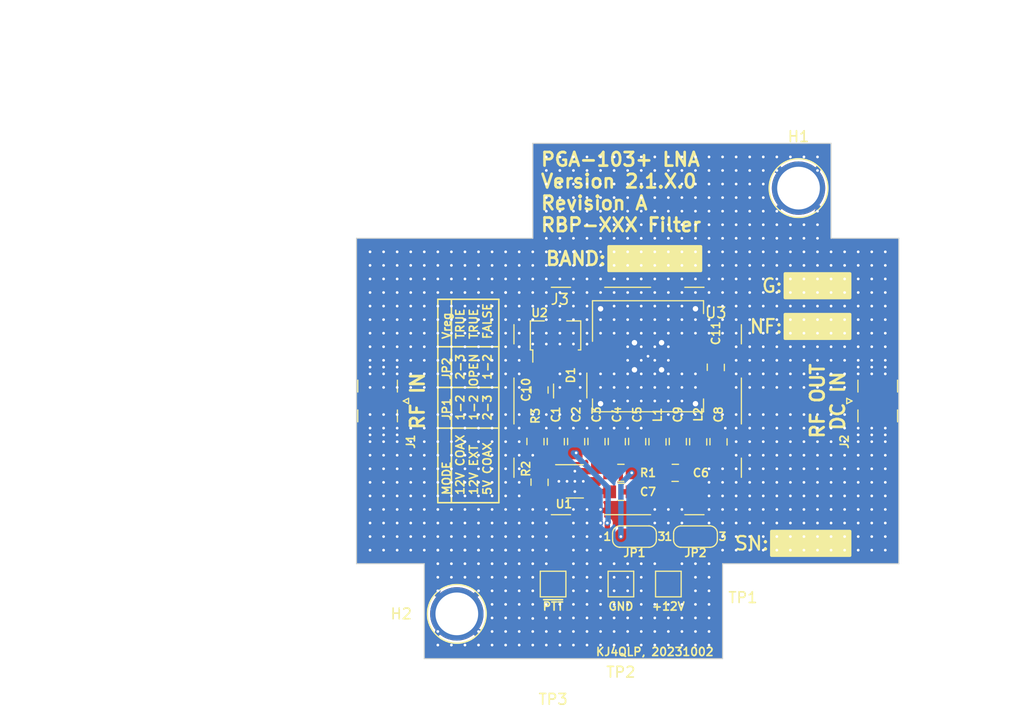
<source format=kicad_pcb>
(kicad_pcb (version 20221018) (generator pcbnew)

  (general
    (thickness 1.6)
  )

  (paper "A")
  (title_block
    (title "PGA-103+ Preamplifier, Version 2.1.X.0")
    (date "2024-03-11")
    (rev "A")
    (company "VTGS, GSN-SDA")
    (comment 1 "Preamplifier for VHF/UHF Satellite Rx")
    (comment 2 "creativecommons.org/licenses/by/4.0/")
    (comment 3 "License: CC BY 4.0")
    (comment 4 "Author: Zach Leffke, KJ4QLP")
  )

  (layers
    (0 "F.Cu" signal)
    (31 "B.Cu" signal)
    (32 "B.Adhes" user "B.Adhesive")
    (33 "F.Adhes" user "F.Adhesive")
    (34 "B.Paste" user)
    (35 "F.Paste" user)
    (36 "B.SilkS" user "B.Silkscreen")
    (37 "F.SilkS" user "F.Silkscreen")
    (38 "B.Mask" user)
    (39 "F.Mask" user)
    (40 "Dwgs.User" user "User.Drawings")
    (41 "Cmts.User" user "User.Comments")
    (42 "Eco1.User" user "User.Eco1")
    (43 "Eco2.User" user "User.Eco2")
    (44 "Edge.Cuts" user)
    (45 "Margin" user)
    (46 "B.CrtYd" user "B.Courtyard")
    (47 "F.CrtYd" user "F.Courtyard")
    (48 "B.Fab" user)
    (49 "F.Fab" user)
    (50 "User.1" user)
    (51 "User.2" user)
    (52 "User.3" user)
    (53 "User.4" user)
    (54 "User.5" user)
    (55 "User.6" user)
    (56 "User.7" user)
    (57 "User.8" user)
    (58 "User.9" user)
  )

  (setup
    (pad_to_mask_clearance 0)
    (aux_axis_origin 120.65 107.95)
    (pcbplotparams
      (layerselection 0x00010fc_ffffffff)
      (plot_on_all_layers_selection 0x0000000_00000000)
      (disableapertmacros false)
      (usegerberextensions false)
      (usegerberattributes true)
      (usegerberadvancedattributes true)
      (creategerberjobfile true)
      (dashed_line_dash_ratio 12.000000)
      (dashed_line_gap_ratio 3.000000)
      (svgprecision 4)
      (plotframeref false)
      (viasonmask false)
      (mode 1)
      (useauxorigin false)
      (hpglpennumber 1)
      (hpglpenspeed 20)
      (hpglpendiameter 15.000000)
      (dxfpolygonmode true)
      (dxfimperialunits true)
      (dxfusepcbnewfont true)
      (psnegative false)
      (psa4output false)
      (plotreference true)
      (plotvalue true)
      (plotinvisibletext false)
      (sketchpadsonfab false)
      (subtractmaskfromsilk false)
      (outputformat 1)
      (mirror false)
      (drillshape 1)
      (scaleselection 1)
      (outputdirectory "")
    )
  )

  (net 0 "")
  (net 1 "+12V")
  (net 2 "GND")
  (net 3 "Net-(U1-BP)")
  (net 4 "Net-(JP1-C)")
  (net 5 "Net-(J1-In)")
  (net 6 "+5V")
  (net 7 "Net-(JP1-B)")
  (net 8 "Net-(J2-In)")
  (net 9 "Net-(C10-Pad2)")
  (net 10 "Net-(JP2-C)")
  (net 11 "Net-(U1-EN)")
  (net 12 "Net-(U1-OUT)")
  (net 13 "Net-(U3-OUT)")
  (net 14 "Net-(U3-IN)")

  (footprint "digikey-footprints:0805" (layer "F.Cu") (at 125.095 114.681 180))

  (footprint "digikey-footprints:0805" (layer "F.Cu") (at 112.395 115.57 -90))

  (footprint "TestPoint:TestPoint_Plated_Hole_D4.0mm" (layer "F.Cu") (at 104.648 127.889))

  (footprint "digikey-footprints:0805" (layer "F.Cu") (at 129.159 111.76 90))

  (footprint "digikey-footprints:0805" (layer "F.Cu") (at 113.919 111.76 -90))

  (footprint "Jumper:SolderJumper-3_P1.3mm_Open_RoundedPad1.0x1.5mm_NumberLabels" (layer "F.Cu") (at 127 120.65))

  (footprint "digikey-footprints:0805" (layer "F.Cu") (at 117.729 111.76 -90))

  (footprint "digikey-footprints:0805" (layer "F.Cu") (at 112.395 106.9 90))

  (footprint "digikey-footprints:0805" (layer "F.Cu") (at 121.539 111.76 -90))

  (footprint "TestPoint:TestPoint_Pad_2.0x2.0mm" (layer "F.Cu") (at 124.46 125.095))

  (footprint "Jumper:SolderJumper-3_P1.3mm_Open_RoundedPad1.0x1.5mm_NumberLabels" (layer "F.Cu") (at 121.285 120.65))

  (footprint "Connector_Coaxial:SMA_Samtec_SMA-J-P-X-ST-EM1_EdgeMount" (layer "F.Cu") (at 143.9275 107.95 90))

  (footprint "Connector_Coaxial:SMA_Samtec_SMA-J-P-X-ST-EM1_EdgeMount" (layer "F.Cu") (at 97.3725 107.95 -90))

  (footprint "digikey-footprints:0805" (layer "F.Cu") (at 115.824 111.76 -90))

  (footprint "digikey-footprints:0805" (layer "F.Cu") (at 128.905 104.809 -90))

  (footprint "RF_Mini-Circuits:Mini-Circuits_GP731_LandPatternPL-176" (layer "F.Cu") (at 122.555 103.759))

  (footprint "digikey-footprints:0805" (layer "F.Cu") (at 120.015 116.459 180))

  (footprint "digikey-footprints:0805" (layer "F.Cu") (at 123.444 111.76 90))

  (footprint "TestPoint:TestPoint_Plated_Hole_D4.0mm" (layer "F.Cu") (at 136.652 88.011))

  (footprint "digikey-footprints:0805" (layer "F.Cu") (at 119.634 111.76 -90))

  (footprint "digikey-footprints:0805" (layer "F.Cu") (at 127.254 111.76 90))

  (footprint "digikey-footprints:0805" (layer "F.Cu") (at 120.015 114.681))

  (footprint "Package_TO_SOT_SMD:SOT-23-5" (layer "F.Cu") (at 115.7025 115.475))

  (footprint "Package_TO_SOT_SMD:SOT-23" (layer "F.Cu") (at 115.2675 107.0125 -90))

  (footprint "digikey-footprints:0805" (layer "F.Cu") (at 112.014 111.76 -90))

  (footprint "TestPoint:TestPoint_Pad_2.0x2.0mm" (layer "F.Cu") (at 113.665 125.095))

  (footprint "TestPoint:TestPoint_Pad_2.0x2.0mm" (layer "F.Cu") (at 120.015 125.095))

  (footprint "Package_TO_SOT_SMD:SOT-89-3" (layer "F.Cu") (at 113.895 101.809 90))

  (footprint "RF_Shielding:Wuerth_36103205_20x20mm" (layer "F.Cu") (at 120.65 107.95))

  (footprint "digikey-footprints:0805" (layer "F.Cu") (at 125.349 111.76 -90))

  (gr_line (start 102.87 98.425) (end 108.585 98.425)
    (stroke (width 0.15) (type default)) (layer "F.SilkS") (tstamp 0234a26a-8edf-4e3d-933b-2e6fdcb0265a))
  (gr_line (start 108.585 98.425) (end 108.585 117.475)
    (stroke (width 0.15) (type default)) (layer "F.SilkS") (tstamp 6cff8e09-9970-4b74-8b6d-70b74f8bbc22))
  (gr_line (start 104.14 98.425) (end 104.14 117.475)
    (stroke (width 0.15) (type default)) (layer "F.SilkS") (tstamp 813c96a9-9554-42b4-834d-c21ee5bb76b3))
  (gr_line (start 102.87 117.475) (end 108.585 117.475)
    (stroke (width 0.15) (type default)) (layer "F.SilkS") (tstamp da1ad703-3c42-4089-8ba0-390b8fb4114f))
  (gr_line (start 102.87 106.68) (end 108.585 106.68)
    (stroke (width 0.15) (type default)) (layer "F.SilkS") (tstamp dd3b761c-3e78-4da2-a3bf-6a1ea775323e))
  (gr_line (start 102.87 110.49) (end 108.585 110.49)
    (stroke (width 0.15) (type default)) (layer "F.SilkS") (tstamp e022e53c-215b-4445-b3c2-2b2770ba4951))
  (gr_line (start 102.87 102.87) (end 108.585 102.87)
    (stroke (width 0.15) (type default)) (layer "F.SilkS") (tstamp e9ee23bc-decd-4c36-b539-fa7eba5383c6))
  (gr_line (start 102.87 98.425) (end 102.87 117.475)
    (stroke (width 0.15) (type default)) (layer "F.SilkS") (tstamp eeacab82-04bd-420e-8a7a-48399ee76b47))
  (gr_line (start 139.7 92.71) (end 139.7 83.82)
    (stroke (width 0.1) (type default)) (layer "Edge.Cuts") (tstamp 1719faba-9db7-455b-822f-a797c67ab235))
  (gr_line (start 101.6 132.08) (end 129.54 132.08)
    (stroke (width 0.1) (type default)) (layer "Edge.Cuts") (tstamp 3566809e-fb58-4c26-a635-41b92a977b29))
  (gr_line (start 101.6 123.19) (end 101.6 132.08)
    (stroke (width 0.1) (type default)) (layer "Edge.Cuts") (tstamp 3ed20229-862d-40af-9798-e5d2e1ca9da8))
  (gr_line (start 146.05 92.71) (end 146.05 123.19)
    (stroke (width 0.1) (type default)) (layer "Edge.Cuts") (tstamp 44704f9c-47d3-4040-b2d1-478f81eca096))
  (gr_line (start 129.54 123.19) (end 146.05 123.19)
    (stroke (width 0.1) (type default)) (layer "Edge.Cuts") (tstamp 47dc181d-e2b4-4246-9a8c-f281edee1d7a))
  (gr_line (start 95.25 92.71) (end 95.25 123.19)
    (stroke (width 0.1) (type default)) (layer "Edge.Cuts") (tstamp 55f1b2f5-e0d4-4539-9bc6-f848432de59f))
  (gr_line (start 111.76 83.82) (end 111.76 92.71)
    (stroke (width 0.1) (type default)) (layer "Edge.Cuts") (tstamp a1da6eb8-07d1-498e-91dd-b40f1e0e7477))
  (gr_line (start 111.76 92.71) (end 95.25 92.71)
    (stroke (width 0.1) (type default)) (layer "Edge.Cuts") (tstamp b1c1facd-7448-4a9a-a069-38eb7d3687cb))
  (gr_line (start 146.05 92.71) (end 139.7 92.71)
    (stroke (width 0.1) (type default)) (layer "Edge.Cuts") (tstamp c7e47191-eac3-41a4-bf44-1b42e47b7b2b))
  (gr_line (start 95.25 123.19) (end 101.6 123.19)
    (stroke (width 0.1) (type default)) (layer "Edge.Cuts") (tstamp d516b84d-ea0a-4303-8ea5-d69f8a95ca49))
  (gr_line (start 129.54 132.08) (end 129.54 123.19)
    (stroke (width 0.1) (type default)) (layer "Edge.Cuts") (tstamp d7618115-09ab-4467-b23d-72fccb869d31))
  (gr_line (start 139.7 83.82) (end 111.76 83.82)
    (stroke (width 0.1) (type default)) (layer "Edge.Cuts") (tstamp e952047f-14c5-4ee2-9f83-dbe136905528))
  (gr_text "TRUE" (at 105.41 102.235 90) (layer "F.SilkS") (tstamp 016ef03d-b521-4fc2-bc73-fab6d55c3fe7)
    (effects (font (size 0.762 0.762) (thickness 0.1524) bold) (justify left bottom))
  )
  (gr_text "RF IN" (at 100.965 107.95 90) (layer "F.SilkS") (tstamp 0a507c34-e8f3-451e-9605-2a7a369b8eb6)
    (effects (font (size 1.27 1.27) (thickness 0.254) bold))
  )
  (gr_text "+12V" (at 124.46 127.635) (layer "F.SilkS") (tstamp 16ff8c01-0500-4c0a-9cd4-845f645dbee3)
    (effects (font (size 0.762 0.762) (thickness 0.1524) bold) (justify bottom))
  )
  (gr_text "1-2" (at 107.95 106.045 90) (layer "F.SilkS") (tstamp 1c1ac525-b1a4-473b-b2fe-adc2665fc1c5)
    (effects (font (size 0.762 0.762) (thickness 0.1524) bold) (justify left bottom))
  )
  (gr_text "GND" (at 120.015 127.635) (layer "F.SilkS") (tstamp 249de3e1-b556-4565-958f-17946f4c5e32)
    (effects (font (size 0.762 0.762) (thickness 0.1524) bold) (justify bottom))
  )
  (gr_text "5V COAX" (at 107.95 116.84 90) (layer "F.SilkS") (tstamp 260ec5e9-5c37-4cca-ac5c-ac7b77a02ec1)
    (effects (font (size 0.762 0.762) (thickness 0.1524) bold) (justify left bottom))
  )
  (gr_text "1-2" (at 105.41 109.855 90) (layer "F.SilkS") (tstamp 26960608-97d6-4367-a7d3-ea30c0a3ba19)
    (effects (font (size 0.762 0.762) (thickness 0.1524) bold) (justify left bottom))
  )
  (gr_text "2-3" (at 107.95 109.855 90) (layer "F.SilkS") (tstamp 3193a16e-d8f6-49e5-bd77-72004936b10d)
    (effects (font (size 0.762 0.762) (thickness 0.1524) bold) (justify left bottom))
  )
  (gr_text "KJ4QLP, 20231002" (at 123.19 131.445) (layer "F.SilkS") (tstamp 33b23146-b651-4d89-8374-6ffe9679303f)
    (effects (font (size 0.762 0.762) (thickness 0.1524) bold))
  )
  (gr_text "G:" (at 135.255 97.155) (layer "F.SilkS") (tstamp 51dc9468-2ce1-435c-83a2-5ea536ffe5b8)
    (effects (font (size 1.27 1.27) (thickness 0.2032)) (justify right))
  )
  (gr_text "JP2" (at 104.14 106.045 90) (layer "F.SilkS") (tstamp 5eacd801-9adc-492a-aa0f-54484fba4ba9)
    (effects (font (size 0.762 0.762) (thickness 0.1524) bold) (justify left bottom))
  )
  (gr_text "~{PTT}" (at 113.665 127.635) (layer "F.SilkS") (tstamp 69291f9b-74df-486c-801a-70aa30129398)
    (effects (font (size 0.762 0.762) (thickness 0.1524) bold) (justify bottom))
  )
  (gr_text "RF OUT" (at 138.43 107.95 90) (layer "F.SilkS") (tstamp 69b7d38a-dbfd-4429-b286-a1964be290c5)
    (effects (font (size 1.27 1.27) (thickness 0.254) bold))
  )
  (gr_text "BAND:" (at 118.745 94.615) (layer "F.SilkS") (tstamp 702a1308-6534-472f-a4c1-573c5b972045)
    (effects (font (size 1.27 1.27) (thickness 0.254) bold) (justify right))
  )
  (gr_text "SN:" (at 133.985 121.285) (layer "F.SilkS") (tstamp 728da162-62ad-4d4d-95ca-3957de7f02eb)
    (effects (font (size 1.27 1.27) (thickness 0.2032)) (justify right))
  )
  (gr_text "FALSE" (at 107.95 102.235 90) (layer "F.SilkS") (tstamp 75f00925-de30-4157-8186-d982cafbd907)
    (effects (font (size 0.762 0.762) (thickness 0.1524) bold) (justify left bottom))
  )
  (gr_text "MODE" (at 104.14 116.84 90) (layer "F.SilkS") (tstamp 80a01612-0942-43a7-a74e-2a29da5cfcdc)
    (effects (font (size 0.762 0.762) (thickness 0.1524) bold) (justify left bottom))
  )
  (gr_text "12V COAX" (at 105.41 116.84 90) (layer "F.SilkS") (tstamp 92fe22dc-740d-4983-8a30-6439a73d9fb1)
    (effects (font (size 0.762 0.762) (thickness 0.1524) bold) (justify left bottom))
  )
  (gr_text "Vreg" (at 104.14 102.235 90) (layer "F.SilkS") (tstamp 98d7823e-bdd7-4dbe-9388-973c95779382)
    (effects (font (size 0.762 0.762) (thickness 0.1524) bold) (justify left bottom))
  )
  (gr_text "NF:" (at 135.255 100.965) (layer "F.SilkS") (tstamp 9d5ac7a5-baa2-404b-b7c4-9c1ccebce37b)
    (effects (font (size 1.27 1.27) (thickness 0.2032)) (justify right))
  )
  (gr_text "JP1" (at 104.14 109.855 90) (layer "F.SilkS") (tstamp bb940331-2232-4447-9e04-31df12bf2d2c)
    (effects (font (size 0.762 0.762) (thickness 0.1524) bold) (justify left bottom))
  )
  (gr_text "2-3" (at 105.41 106.045 90) (layer "F.SilkS") (tstamp cfeede28-6706-4325-a5d9-f583f34d2c88)
    (effects (font (size 0.762 0.762) (thickness 0.1524) bold) (justify left bottom))
  )
  (gr_text "12V EXT" (at 106.68 116.84 90) (layer "F.SilkS") (tstamp d8e34dc9-b338-42a3-b6fa-15683295a56d)
    (effects (font (size 0.762 0.762) (thickness 0.1524) bold) (justify left bottom))
  )
  (gr_text "PGA-103+ LNA\nVersion 2.1.X.0\nRevision A\nRBP-XXX Filter" (at 112.395 88.392) (layer "F.SilkS") (tstamp eb227fb1-d16a-49d4-b156-58062e28db9c)
    (effects (font (size 1.27 1.27) (thickness 0.254) bold) (justify left))
  )
  (gr_text "OPEN" (at 106.68 106.68 90) (layer "F.SilkS") (tstamp ef74900a-f157-45ee-b57b-561336e1be5b)
    (effects (font (size 0.762 0.762) (thickness 0.1524) bold) (justify left bottom))
  )
  (gr_text "DC IN" (at 140.335 107.95 90) (layer "F.SilkS") (tstamp f26b25f6-f27f-4966-9f33-cb12e661ad85)
    (effects (font (size 1.27 1.27) (thickness 0.254) bold))
  )
  (gr_text "1-2" (at 106.68 109.855 90) (layer "F.SilkS") (tstamp f880ebeb-8ad3-4b1e-85ac-74ed3a63b988)
    (effects (font (size 0.762 0.762) (thickness 0.1524) bold) (justify left bottom))
  )
  (gr_text "TRUE" (at 106.68 102.235 90) (layer "F.SilkS") (tstamp fdd7c1d3-ac10-4ce6-9128-b591d55f1125)
    (effects (font (size 0.762 0.762) (thickness 0.1524) bold) (justify left bottom))
  )
  (dimension (type aligned) (layer "Dwgs.User") (tstamp 095619ca-f68c-416f-bd24-481e1d0777fc)
    (pts (xy 139.7 92.71) (xy 146.05 92.71))
    (height -14.605)
    (gr_text "250.0000 mils" (at 146.685 76.835) (layer "Dwgs.User") (tstamp 095619ca-f68c-416f-bd24-481e1d0777fc)
      (effects (font (size 1 1) (thickness 0.15)))
    )
    (format (prefix "") (suffix "") (units 3) (units_format 1) (precision 4))
    (style (thickness 0.15) (arrow_length 1.27) (text_position_mode 2) (extension_height 0.58642) (extension_offset 0.5) keep_text_aligned)
  )
  (dimension (type aligned) (layer "Dwgs.User") (tstamp 41d97718-1fac-46fd-8794-b1cefd0b58d5)
    (pts (xy 139.7 83.82) (xy 111.76 83.82))
    (height 5.715)
    (gr_text "1100.0000 mils" (at 125.73 76.955) (layer "Dwgs.User") (tstamp 41d97718-1fac-46fd-8794-b1cefd0b58d5)
      (effects (font (size 1 1) (thickness 0.15)))
    )
    (format (prefix "") (suffix "") (units 3) (units_format 1) (precision 4))
    (style (thickness 0.15) (arrow_length 1.27) (text_position_mode 0) (extension_height 0.58642) (extension_offset 0.5) keep_text_aligned)
  )
  (dimension (type aligned) (layer "Dwgs.User") (tstamp 879b44eb-c21f-4004-a5a8-b481242a177e)
    (pts (xy 101.6 132.08) (xy 129.54 132.08))
    (height 5.08)
    (gr_text "1100.0000 mils" (at 115.57 136.01) (layer "Dwgs.User") (tstamp 879b44eb-c21f-4004-a5a8-b481242a177e)
      (effects (font (size 1 1) (thickness 0.15)))
    )
    (format (prefix "") (suffix "") (units 3) (units_format 1) (precision 4))
    (style (thickness 0.15) (arrow_length 1.27) (text_position_mode 0) (extension_height 0.58642) (extension_offset 0.5) keep_text_aligned)
  )
  (dimension (type aligned) (layer "Dwgs.User") (tstamp 8d3e4383-db7f-43fa-a639-5faa7d7763aa)
    (pts (xy 95.25 92.71) (xy 146.05 92.71))
    (height -20.32)
    (gr_text "2000.0000 mils" (at 120.65 71.24) (layer "Dwgs.User") (tstamp 8d3e4383-db7f-43fa-a639-5faa7d7763aa)
      (effects (font (size 1 1) (thickness 0.15)))
    )
    (format (prefix "") (suffix "") (units 3) (units_format 1) (precision 4))
    (style (thickness 0.15) (arrow_length 1.27) (text_position_mode 0) (extension_height 0.58642) (extension_offset 0.5) keep_text_aligned)
  )
  (dimension (type aligned) (layer "Dwgs.User") (tstamp 90c3da30-0106-422e-8e4f-790eba48097d)
    (pts (xy 95.25 92.71) (xy 95.25 123.19))
    (height 19.685)
    (gr_text "1200.0000 mils" (at 74.415 107.95 90) (layer "Dwgs.User") (tstamp 90c3da30-0106-422e-8e4f-790eba48097d)
      (effects (font (size 1 1) (thickness 0.15)))
    )
    (format (prefix "") (suffix "") (units 3) (units_format 1) (precision 4))
    (style (thickness 0.15) (arrow_length 1.27) (text_position_mode 0) (extension_height 0.58642) (extension_offset 0.5) keep_text_aligned)
  )
  (dimension (type aligned) (layer "Dwgs.User") (tstamp a86e9ba4-8c73-495a-94cf-13434d1a21b9)
    (pts (xy 139.7 83.82) (xy 139.7 92.71))
    (height -12.7)
    (gr_text "350.0000 mils" (at 151.25 88.265 90) (layer "Dwgs.User") (tstamp a86e9ba4-8c73-495a-94cf-13434d1a21b9)
      (effects (font (size 1 1) (thickness 0.15)))
    )
    (format (prefix "") (suffix "") (units 3) (units_format 1) (precision 4))
    (style (thickness 0.15) (arrow_length 1.27) (text_position_mode 0) (extension_height 0.58642) (extension_offset 0.5) keep_text_aligned)
  )
  (dimension (type aligned) (layer "Dwgs.User") (tstamp f062ce3f-535d-4805-adef-891f78f8b466)
    (pts (xy 95.25 83.82) (xy 95.25 132.08))
    (height 27.305)
    (gr_text "1900.0000 mils" (at 66.795 107.95 90) (layer "Dwgs.User") (tstamp f062ce3f-535d-4805-adef-891f78f8b466)
      (effects (font (size 1 1) (thickness 0.15)))
    )
    (format (prefix "") (suffix "") (units 3) (units_format 1) (precision 4))
    (style (thickness 0.15) (arrow_length 1.27) (text_position_mode 0) (extension_height 0.58642) (extension_offset 0.5) keep_text_aligned)
  )

  (segment (start 128.27 121.92) (end 128.27 120.68) (width 0.508) (layer "F.Cu") (net 1) (tstamp 0024d1d0-67fe-487b-92e8-6e5da463a703))
  (segment (start 113.665 112.81) (end 113.665 114.525) (width 0.508) (layer "F.Cu") (net 1) (tstamp 06aa2056-d92f-4280-a9e5-0c13b0d4051e))
  (segment (start 119.38 121.92) (end 118.745 121.285) (width 0.508) (layer "F.Cu") (net 1) (tstamp 0f4050a2-d9e6-4785-8ca9-9589a030c1b4))
  (segment (start 124.46 121.92) (end 119.38 121.92) (width 0.508) (layer "F.Cu") (net 1) (tstamp 2449054b-0aa6-497b-80d0-95fdf7782061))
  (segment (start 128.27 121.92) (end 124.46 121.92) (width 0.508) (layer "F.Cu") (net 1) (tstamp 535c1709-cb25-4a31-adb7-6b672c63d1aa))
  (segment (start 124.46 125.095) (end 124.46 121.92) (width 0.508) (layer "F.Cu") (net 1) (tstamp 69e1611b-e2b5-4268-998b-de7774b14f15))
  (segment (start 128.27 120.68) (end 128.3 120.65) (width 0.508) (layer "F.Cu") (net 1) (tstamp 9db8b560-2b4f-47c6-9e10-62faf65968fe))
  (segment (start 112.4 114.525) (end 112.395 114.52) (width 0.508) (layer "F.Cu") (net 1) (tstamp a2029f14-951f-4801-8a03-1156472062ad))
  (segment (start 114.565 114.525) (end 113.665 114.525) (width 0.508) (layer "F.Cu") (net 1) (tstamp a83e498d-33dc-496d-b49d-3cd76da27415))
  (segment (start 115.824 112.81) (end 113.919 112.81) (width 1.016) (layer "F.Cu") (net 1) (tstamp d334173c-55d7-4bab-b706-a3cd0d199968))
  (segment (start 118.745 121.285) (end 118.745 119.38) (width 0.508) (layer "F.Cu") (net 1) (tstamp df08f743-4f71-4957-a142-4cc33985121a))
  (segment (start 113.665 114.525) (end 112.4 114.525) (width 0.508) (layer "F.Cu") (net 1) (tstamp fb5b6f9e-8b6f-4b6d-afeb-2f3510e9b40a))
  (via (at 118.745 119.38) (size 0.508) (drill 0.254) (layers "F.Cu" "B.Cu") (net 1) (tstamp 0ab01940-ec6d-4471-885b-cbe63d16a9d1))
  (via (at 115.824 112.81) (size 0.508) (drill 0.254) (layers "F.Cu" "B.Cu") (net 1) (tstamp e3568b7e-55f6-4ce0-8719-4d301da8539d))
  (segment (start 118.745 119.38) (end 118.818 119.307) (width 0.508) (layer "B.Cu") (net 1) (tstamp 3b7ba408-a6c0-402c-9839-099a88b4f5ef))
  (segment (start 118.818 119.307) (end 118.818 116.058) (width 0.508) (layer "B.Cu") (net 1) (tstamp 7dc737b1-1361-4492-8486-00af4564eaed))
  (segment (start 118.818 116.058) (end 115.57 112.81) (width 0.508) (layer "B.Cu") (net 1) (tstamp c875d1bd-f109-45b4-a69f-1d6010b65be8))
  (via (at 129.54 97.79) (size 0.508) (drill 0.254) (layers "F.Cu" "B.Cu") (free) (net 2) (tstamp 0028ec4f-4318-4983-8fcb-e2bff8a9049c))
  (via (at 107.95 105.41) (size 0.508) (drill 0.254) (layers "F.Cu" "B.Cu") (free) (net 2) (tstamp 00415744-59a6-44ef-8f71-739a3654a4a6))
  (via (at 115.57 123.19) (size 0.508) (drill 0.254) (layers "F.Cu" "B.Cu") (free) (net 2) (tstamp 00766a2d-6e3c-4c31-858d-9312010114ff))
  (via (at 110.49 97.79) (size 0.508) (drill 0.254) (layers "F.Cu" "B.Cu") (free) (net 2) (tstamp 007e66b9-d8c9-4fad-98a9-246691a6be52))
  (via (at 134.62 114.3) (size 0.508) (drill 0.254) (layers "F.Cu" "B.Cu") (free) (net 2) (tstamp 00b4868d-ea05-4385-8465-9fa03e945f95))
  (via (at 132.08 85.09) (size 0.508) (drill 0.254) (layers "F.Cu" "B.Cu") (free) (net 2) (tstamp 010cf647-5e18-4234-b536-26e7f609f64c))
  (via (at 96.52 114.3) (size 0.508) (drill 0.254) (layers "F.Cu" "B.Cu") (free) (net 2) (tstamp 011a78d1-8118-4f3f-9ac0-24e2aa523f10))
  (via (at 110.49 96.52) (size 0.508) (drill 0.254) (layers "F.Cu" "B.Cu") (free) (net 2) (tstamp 0164c76b-9499-4bcf-8c6f-23e28a03c27c))
  (via (at 127 88.9) (size 0.508) (drill 0.254) (layers "F.Cu" "B.Cu") (free) (net 2) (tstamp 01c2ccff-7cf2-429c-a4a0-1ddc532779e7))
  (via (at 130.81 96.52) (size 0.508) (drill 0.254) (layers "F.Cu" "B.Cu") (free) (net 2) (tstamp 01d5f3cb-0e02-4ac4-84ec-b8a5a348d11b))
  (via (at 129.54 85.09) (size 0.508) (drill 0.254) (layers "F.Cu" "B.Cu") (free) (net 2) (tstamp 02433356-7500-4490-ac54-589029ad6ff7))
  (via (at 119.38 99.06) (size 0.508) (drill 0.254) (layers "F.Cu" "B.Cu") (free) (net 2) (tstamp 029ee3ab-dabb-407b-a66e-29578168c93a))
  (via (at 101.6 102.87) (size 0.508) (drill 0.254) (layers "F.Cu" "B.Cu") (free) (net 2) (tstamp 02b1023c-b8bb-4167-81a0-50d8660c3165))
  (via (at 104.14 115.57) (size 0.508) (drill 0.254) (layers "F.Cu" "B.Cu") (free) (net 2) (tstamp 02daf2e0-802f-4371-8cfa-463b5c4be2dc))
  (via (at 135.89 110.49) (size 0.508) (drill 0.254) (layers "F.Cu" "B.Cu") (free) (net 2) (tstamp 0308e8a4-f975-4832-a4b5-6073b83493fa))
  (via (at 107.95 128.27) (size 0.508) (drill 0.254) (layers "F.Cu" "B.Cu") (free) (net 2) (tstamp 032e0da4-79a0-4f6e-b99f-da2def4322d6))
  (via (at 105.41 99.06) (size 0.508) (drill 0.254) (layers "F.Cu" "B.Cu") (free) (net 2) (tstamp 037a1fe1-55b7-464c-a4b4-a565ee9b41ad))
  (via (at 102.87 121.92) (size 0.508) (drill 0.254) (layers "F.Cu" "B.Cu") (free) (net 2) (tstamp 03c2bbd6-f9d7-46f1-9bca-d522aa0ceec0))
  (via (at 113.03 86.36) (size 0.508) (drill 0.254) (layers "F.Cu" "B.Cu") (free) (net 2) (tstamp 046a6cda-1a3c-4d3e-814a-84a221bf608c))
  (via (at 109.22 127) (size 0.508) (drill 0.254) (layers "F.Cu" "B.Cu") (free) (net 2) (tstamp 04c49f77-7e92-40f8-a799-500b8d6c2dab))
  (via (at 110.49 120.65) (size 0.508) (drill 0.254) (layers "F.Cu" "B.Cu") (free) (net 2) (tstamp 056296ef-89a6-48f9-83c1-3b7f3ceaaeb6))
  (via (at 121.92 125.73) (size 0.508) (drill 0.254) (layers "F.Cu" "B.Cu") (free) (net 2) (tstamp 05b994db-eb51-4ae0-9e2c-1d619e2b64d9))
  (via (at 119.38 127) (size 0.508) (drill 0.254) (layers "F.Cu" "B.Cu") (free) (net 2) (tstamp 05bdabd4-1295-4682-a8a3-40d821c800ec))
  (via (at 137.16 101.6) (size 0.508) (drill 0.254) (layers "F.Cu" "B.Cu") (free) (net 2) (tstamp 06de9d36-7b1e-4020-9825-5334d5a8fa86))
  (via (at 100.33 115.57) (size 0.508) (drill 0.254) (layers "F.Cu" "B.Cu") (free) (net 2) (tstamp 06f958e3-58b5-450f-a11b-d51af174a442))
  (via (at 115.57 86.36) (size 0.508) (drill 0.254) (layers "F.Cu" "B.Cu") (free) (net 2) (tstamp 071c8ff1-cf5c-4792-a1b2-e5e0135a22a2))
  (via (at 99.06 99.06) (size 0.508) (drill 0.254) (layers "F.Cu" "B.Cu") (free) (net 2) (tstamp 0782c2e5-dbab-4bf3-a34f-d84f3db88662))
  (via (at 140.97 95.25) (size 0.508) (drill 0.254) (layers "F.Cu" "B.Cu") (free) (net 2) (tstamp 082ecd56-c0b9-45d7-8d02-cd0bef9c11d8))
  (via (at 135.89 99.06) (size 0.508) (drill 0.254) (layers "F.Cu" "B.Cu") (free) (net 2) (tstamp 084af975-cef3-4ac9-9038-956b8a137cc5))
  (via (at 127 125.73) (size 0.508) (drill 0.254) (layers "F.Cu" "B.Cu") (free) (net 2) (tstamp 0882ad3d-85b7-4387-8a78-95d617db31d2))
  (via (at 106.68 100.33) (size 0.508) (drill 0.254) (layers "F.Cu" "B.Cu") (free) (net 2) (tstamp 0895dd07-61a7-4279-9c17-cfcbd2b22304))
  (via (at 139.7 110.49) (size 0.508) (drill 0.254) (layers "F.Cu" "B.Cu") (free) (net 2) (tstamp 08af82f7-5220-41a7-86dc-7fe0ed8ca3e3))
  (via (at 132.08 100.33) (size 0.508) (drill 0.254) (layers "F.Cu" "B.Cu") (free) (net 2) (tstamp 08fd2e31-c3dd-4a1b-b3fa-e69e04da4b16))
  (via (at 111.76 101.6) (size 0.508) (drill 0.254) (layers "F.Cu" "B.Cu") (free) (net 2) (tstamp 094a9f9d-97e8-48cd-bbc5-9e295d4d911b))
  (via (at 110.49 125.73) (size 0.508) (drill 0.254) (layers "F.Cu" "B.Cu") (free) (net 2) (tstamp 096bb9fc-46cf-4af2-aa90-d05c6972de23))
  (via (at 132.08 116.84) (size 0.508) (drill 0.254) (layers "F.Cu" "B.Cu") (free) (net 2) (tstamp 096f28f4-04ba-407f-85d9-007db3d720b8))
  (via (at 118.11 95.25) (size 0.508) (drill 0.254) (layers "F.Cu" "B.Cu") (free) (net 2) (tstamp 09cabcbc-9220-4a05-a003-f8d3a66ec7ac))
  (via (at 105.41 115.57) (size 0.508) (drill 0.254) (layers "F.Cu" "B.Cu") (free) (net 2) (tstamp 09cfbde6-c11c-4f32-ba43-13429af808dc))
  (via (at 96.52 99.06) (size 0.508) (drill 0.254) (layers "F.Cu" "B.Cu") (free) (net 2) (tstamp 0a057aa1-3519-4011-b366-52cbec506c09))
  (via (at 97.79 119.38) (size 0.508) (drill 0.254) (layers "F.Cu" "B.Cu") (free) (net 2) (tstamp 0a3b2933-e1b0-4d49-8ffc-ef26faef2041))
  (via (at 137.16 97.79) (size 0.508) (drill 0.254) (layers "F.Cu" "B.Cu") (free) (net 2) (tstamp 0a5c9e47-7564-4b1a-8a35-c2444ee9f6a7))
  (via (at 133.35 86.36) (size 0.508) (drill 0.254) (layers "F.Cu" "B.Cu") (free) (net 2) (tstamp 0aee3b1b-10ab-4227-93a8-51e4214b0d17))
  (via (at 138.43 99.06) (size 0.508) (drill 0.254) (layers "F.Cu" "B.Cu") (free) (net 2) (tstamp 0baca5d8-c68e-434e-b88a-668ae56cee6a))
  (via (at 97.79 118.11) (size 0.508) (drill 0.254) (layers "F.Cu" "B.Cu") (free) (net 2) (tstamp 0c750aaf-2979-4300-9209-9c3dbbd189c0))
  (via (at 96.52 102.87) (size 0.508) (drill 0.254) (layers "F.Cu" "B.Cu") (free) (net 2) (tstamp 0d4a7548-4e84-46a6-8eaa-54eaa8e77563))
  (via (at 138.43 115.57) (size 0.508) (drill 0.254) (layers "F.Cu" "B.Cu") (free) (net 2) (tstamp 0d7291ef-fcc2-434f-8532-0d64ec8420f9))
  (via (at 113.03 127) (size 0.508) (drill 0.254) (layers "F.Cu" "B.Cu") (free) (net 2) (tstamp 0d7717f6-94d6-4f71-8a9b-b1797bc0c811))
  (via (at 97.79 100.33) (size 0.508) (drill 0.254) (layers "F.Cu" "B.Cu") (free) (net 2) (tstamp 0dc5484d-1d71-47fb-9dab-85800790245f))
  (via (at 128.27 99.06) (size 0.508) (drill 0.254) (layers "F.Cu" "B.Cu") (free) (net 2) (tstamp 0dec0cbf-1f2f-4891-a61d-23a24c95874d))
  (via (at 135.89 121.92) (size 0.508) (drill 0.254) (layers "F.Cu" "B.Cu") (free) (net 2) (tstamp 0e0d106a-9fc4-415d-9946-0251608cbcef))
  (via (at 121.92 88.9) (size 0.508) (drill 0.254) (layers "F.Cu" "B.Cu") (free) (net 2) (tstamp 0edf700d-84ea-42f9-b52b-069658ed9a2b))
  (via (at 134.62 110.49) (size 0.508) (drill 0.254) (layers "F.Cu" "B.Cu") (free) (net 2) (tstamp 0ef98798-3748-40eb-8ea7-43f289d3deea))
  (via (at 129.54 109.22) (size 0.508) (drill 0.254) (layers "F.Cu" "B.Cu") (free) (net 2) (tstamp 0f0ccf90-0eba-48ed-a75c-3b5ac607a491))
  (via (at 140.97 93.98) (size 0.508) (drill 0.254) (layers "F.Cu" "B.Cu") (free) (net 2) (tstamp 0f3e57e4-e81b-437a-8e90-33d34fb82ad1))
  (via (at 123.19 91.44) (size 0.508) (drill 0.254) (layers "F.Cu" "B.Cu") (free) (net 2) (tstamp 0fba6804-4759-4d0b-b383-84615e21e014))
  (via (at 133.35 120.65) (size 0.508) (drill 0.254) (layers "F.Cu" "B.Cu") (free) (net 2) (tstamp 0fe7ab57-01ea-433c-884a-71108fe571a2))
  (via (at 118.11 101.6) (size 0.508) (drill 0.254) (layers "F.Cu" "B.Cu") (free) (net 2) (tstamp 0feb90c8-edce-4dfb-b48c-f9be08ce5386))
  (via (at 109.22 116.84) (size 0.508) (drill 0.254) (layers "F.Cu" "B.Cu") (free) (net 2) (tstamp 1095d60f-4563-4d2b-a22d-d4554c20b607))
  (via (at 104.14 110.49) (size 0.508) (drill 0.254) (layers "F.Cu" "B.Cu") (free) (net 2) (tstamp 10ad51fe-bf1b-47ff-8a74-5b495f7ba84c))
  (via (at 140.97 119.38) (size 0.508) (drill 0.254) (layers "F.Cu" "B.Cu") (free) (net 2) (tstamp 1163ad21-32ba-4f1c-b32e-40e3159cfc83))
  (via (at 106.68 125.73) (size 0.508) (drill 0.254) (layers "F.Cu" "B.Cu") (free) (net 2) (tstamp 11898286-8bb8-40e8-b5ac-2b83ba1406f9))
  (via (at 135.89 100.33) (size 0.508) (drill 0.254) (layers "F.Cu" "B.Cu") (free) (net 2) (tstamp 11a87a6d-3f75-45c4-9632-e240b91bba1b))
  (via (at 109.22 96.52) (size 0.508) (drill 0.254) (layers "F.Cu" "B.Cu") (free) (net 2) (tstamp 11ad6e42-94e2-4b72-a607-57b88ab9aceb))
  (via (at 124.46 106.68) (size 0.508) (drill 0.254) (layers "F.Cu" "B.Cu") (free) (net 2) (tstamp 11f92fa2-b285-4e02-bb98-567e80210dac))
  (via (at 104.14 97.79) (size 0.508) (drill 0.254) (layers "F.Cu" "B.Cu") (free) (net 2) (tstamp 12e4b728-6d6f-4e32-ab03-e1642e6ff410))
  (via (at 106.68 120.65) (size 0.508) (drill 0.254) (layers "F.Cu" "B.Cu") (free) (net 2) (tstamp 12f2926e-729f-4318-b544-d3bab261cd42))
  (via (at 96.52 115.57) (size 0.508) (drill 0.254) (layers "F.Cu" "B.Cu") (free) (net 2) (tstamp 12fd5705-09f6-48af-b82e-79da94bbdde3))
  (via (at 139.7 114.3) (size 0.508) (drill 0.254) (layers "F.Cu" "B.Cu") (free) (net 2) (tstamp 131a9edf-7b3c-4e89-88f8-909253fcdf79))
  (via (at 124.46 101.6) (size 0.508) (drill 0.254) (layers "F.Cu" "B.Cu") (free) (net 2) (tstamp 13294fa3-5406-4514-a42a-1b03d554b343))
  (via (at 129.54 93.98) (size 0.508) (drill 0.254) (layers "F.Cu" "B.Cu") (free) (net 2) (tstamp 13ee9aab-a554-47ba-943a-1d0e8e5473d4))
  (via (at 118.11 100.33) (size 0.508) (drill 0.254) (layers "F.Cu" "B.Cu") (free) (net 2) (tstamp 1488536e-dfa1-4f84-ba12-d996aacf4151))
  (via (at 137.16 110.49) (size 0.508) (drill 0.254) (layers "F.Cu" "B.Cu") (free) (net 2) (tstamp 14b76b89-86de-4dd9-866f-a96f12951a9f))
  (via (at 142.24 99.06) (size 0.508) (drill 0.254) (layers "F.Cu" "B.Cu") (free) (net 2) (tstamp 14b7de4e-5b81-4aef-a575-7ea381ca0656))
  (via (at 119.38 107.95) (size 0.508) (drill 0.254) (layers "F.Cu" "B.Cu") (free) (net 2) (tstamp 14cd652d-59de-488c-95b1-54e5c9db701d))
  (via (at 118.11 88.9) (size 0.508) (drill 0.254) (layers "F.Cu" "B.Cu") (free) (net 2) (tstamp 14fbbe8c-08db-4d3d-8d36-30528627203e))
  (via (at 143.51 99.06) (size 0.508) (drill 0.254) (layers "F.Cu" "B.Cu") (free) (net 2) (tstamp 1504e880-0a95-4bfd-ab93-784d18d411e0))
  (via (at 140.97 113.03) (size 0.508) (drill 0.254) (layers "F.Cu" "B.Cu") (free) (net 2) (tstamp 1546c48e-4e75-452a-93bf-97ffadb9cc42))
  (via (at 104.14 113.03) (size 0.508) (drill 0.254) (layers "F.Cu" "B.Cu") (free) (net 2) (tstamp 1546f2d4-a64d-4f9c-8569-3bb4e5a4c6fc))
  (via (at 143.51 100.33) (size 0.508) (drill 0.254) (layers "F.Cu" "B.Cu") (free) (net 2) (tstamp 1562bbcd-5ad7-432f-96b8-f31c53f303b0))
  (via (at 113.03 88.9) (size 0.508) (drill 0.254) (layers "F.Cu" "B.Cu") (free) (net 2) (tstamp 1565ebfd-e52c-4799-854a-d16629af394d))
  (via (at 113.03 101.6) (size 0.508) (drill 0.254) (layers "F.Cu" "B.Cu") (free) (net 2) (tstamp 1571e525-3e16-48d5-b85b-80005441fc2f))
  (via (at 138.43 85.09) (size 0.508) (drill 0.254) (layers "F.Cu" "B.Cu") (free) (net 2) (tstamp 160f9175-9813-4f81-b452-e9240f07bd01))
  (via (at 101.6 110.49) (size 0.508) (drill 0.254) (layers "F.Cu" "B.Cu") (free) (net 2) (tstamp 169f1cd4-76dd-4d4a-9a0b-991763365fef))
  (via (at 127 101.6) (size 0.508) (drill 0.254) (layers "F.Cu" "B.Cu") (free) (net 2) (tstamp 16a4d5bd-7ad3-4ed3-a6b1-9d21378d3d17))
  (via (at 106.68 93.98) (size 0.508) (drill 0.254) (layers "F.Cu" "B.Cu") (free) (net 2) (tstamp 16bee4f3-4d93-448b-a6e3-fc8cbef73690))
  (via (at 110.49 102.87) (size 0.508) (drill 0.254) (layers "F.Cu" "B.Cu") (free) (net 2) (tstamp 16c971a4-7d54-4031-99b7-7c3cb8c52a5f))
  (via (at 114.3 106.68) (size 0.508) (drill 0.254) (layers "F.Cu" "B.Cu") (free) (net 2) (tstamp 170b08c9-5cd0-43e3-9129-7a9db890184d))
  (via (at 143.51 105.41) (size 0.508) (drill 0.254) (layers "F.Cu" "B.Cu") (free) (net 2) (tstamp 171251fe-25e6-41fd-9731-64d694a67c8c))
  (via (at 118.11 92.71) (size 0.508) (drill 0.254) (layers "F.Cu" "B.Cu") (free) (net 2) (tstamp 18031209-8285-40dc-9b37-49b96cd55cbb))
  (via (at 144.78 114.3) (size 0.508) (drill 0.254) (layers "F.Cu" "B.Cu") (free) (net 2) (tstamp 182a13bc-079a-4e81-a3cd-24bcf40a4c31))
  (via (at 114.3 96.52) (size 0.508) (drill 0.254) (layers "F.Cu" "B.Cu") (free) (net 2) (tstamp 18bc1043-9dae-400d-9a07-52729f88fff8))
  (via (at 139.7 118.11) (size 0.508) (drill 0.254) (layers "F.Cu" "B.Cu") (free) (net 2) (tstamp 18f25899-8a0b-43fe-9c16-41e7dde2b740))
  (via (at 139.7 116.84) (size 0.508) (drill 0.254) (layers "F.Cu" "B.Cu") (free) (net 2) (tstamp 18f903cb-0f1b-4a94-b893-db96f21aad9c))
  (via (at 116.84 93.98) (size 0.508) (drill 0.254) (layers "F.Cu" "B.Cu") (free) (net 2) (tstamp 18fe1a3f-9cc6-46cb-8955-921ee395ee42))
  (via (at 138.43 91.44) (size 0.508) (drill 0.254) (layers "F.Cu" "B.Cu") (free) (net 2) (tstamp 1930e995-37ec-4184-b2f2-3263248e65a9))
  (via (at 133.35 93.98) (size 0.508) (drill 0.254) (layers "F.Cu" "B.Cu") (free) (net 2) (tstamp 195acda1-8e00-4d45-8c3e-afe99759bf68))
  (via (at 128.27 85.09) (size 0.508) (drill 0.254) (layers "F.Cu" "B.Cu") (free) (net 2) (tstamp 195c6bac-c5f0-45e2-b874-1f5a1652b35d))
  (via (at 133.35 104.14) (size 0.508) (drill 0.254) (layers "F.Cu" "B.Cu") (free) (net 2) (tstamp 196a40cc-a7b1-425c-b766-853f2efb4ab9))
  (via (at 132.08 104.14) (size 0.508) (drill 0.254) (layers "F.Cu" "B.Cu") (free) (net 2) (tstamp 19991332-b010-4ae7-badc-29dbfa062f70))
  (via (at 119.38 125.73) (size 0.508) (drill 0.254) (layers "F.Cu" "B.Cu") (free) (net 2) (tstamp 199e19ef-dc5c-48e4-8e89-3c72b07f378f))
  (via (at 130.81 114.3) (size 0.508) (drill 0.254) (layers "F.Cu" "B.Cu") (free) (net 2) (tstamp 19a1369d-dfc8-441f-8512-a89958a4a3e7))
  (via (at 140.97 109.22) (size 0.508) (drill 0.254) (layers "F.Cu" "B.Cu") (free) (net 2) (tstamp 19a9d1ba-8669-46d5-90b0-d9846807a6aa))
  (via (at 106.68 102.87) (size 0.508) (drill 0.254) (layers "F.Cu" "B.Cu") (free) (net 2) (tstamp 1a16f7cf-f76d-45ea-a9b2-79e377535a79))
  (via (at 97.79 111.76) (size 0.508) (drill 0.254) (layers "F.Cu" "B.Cu") (free) (net 2) (tstamp 1a1e330c-7849-440e-8fbb-c60423adbf49))
  (via (at 101.6 111.76) (size 0.508) (drill 0.254) (layers "F.Cu" "B.Cu") (free) (net 2) (tstamp 1a277f88-f3af-4acf-86c1-d1fb9a630b81))
  (via (at 115.57 99.06) (size 0.508) (drill 0.254) (layers "F.Cu" "B.Cu") (free) (net 2) (tstamp 1a693ad2-f06e-42a7-8ee0-9093eb59f02c))
  (via (at 114.207 115.475) (size 0.508) (drill 0.254) (layers "F.Cu" "B.Cu") (free) (net 2) (tstamp 1a859de8-89d1-435b-b8ad-fedd2f30cfc7))
  (via (at 109.22 100.33) (size 0.508) (drill 0.254) (layers "F.Cu" "B.Cu") (free) (net 2) (tstamp 1aad6916-e5d9-49da-97c1-eb1610cd8e15))
  (via (at 111.76 96.52) (size 0.508) (drill 0.254) (layers "F.Cu" "B.Cu") (free) (net 2) (tstamp 1ad22422-d988-48eb-9479-12efc1505c02))
  (via (at 119.38 97.79) (size 0.508) (drill 0.254) (layers "F.Cu" "B.Cu") (free) (net 2) (tstamp 1aee7290-c7d2-4db2-8dfb-49d7ed364c60))
  (via (at 124.46 129.54) (size 0.508) (drill 0.254) (layers "F.Cu" "B.Cu") (free) (net 2) (tstamp 1afe665a-5e1b-412f-805c-123d947b2e43))
  (via (at 121.92 85.09) (size 0.508) (drill 0.254) (layers "F.Cu" "B.Cu") (free) (net 2) (tstamp 1b2ecf23-04de-4e13-9409-a703858c62f0))
  (via (at 139.7 102.87) (size 0.508) (drill 0.254) (layers "F.Cu" "B.Cu") (free) (net 2) (tstamp 1b865c90-bc14-4647-a883-baede47f6613))
  (via (at 102.87 116.84) (size 0.508) (drill 0.254) (layers "F.Cu" "B.Cu") (free) (net 2) (tstamp 1bbbb12d-35b3-4c6c-93e4-11c31b0e3ea8))
  (via (at 128.27 114.3) (size 0.508) (drill 0.254) (layers "F.Cu" "B.Cu") (free) (net 2) (tstamp 1bca59d6-7f72-4a94-92ee-1ca407525308))
  (via (at 143.51 110.49) (size 0.508) (drill 0.254) (layers "F.Cu" "B.Cu") (free) (net 2) (tstamp 1bf63a91-a7df-4066-9abb-e7f4a040c81b))
  (via (at 130.81 97.79) (size 0.508) (drill 0.254) (layers "F.Cu" "B.Cu") (free) (net 2) (tstamp 1c258711-1e9f-4a52-a230-99f238b5768f))
  (via (at 118.11 120.65) (size 0.508) (drill 0.254) (layers "F.Cu" "B.Cu") (free) (net 2) (tstamp 1c30dcef-ba80-4ff8-95d7-cb56a5f7e29e))
  (via (at 129.54 95.25) (size 0.508) (drill 0.254) (layers "F.Cu" "B.Cu") (free) (net 2) (tstamp 1c600623-12e1-4702-903c-12fd59f2a1ca))
  (via (at 120.65 101.6) (size 0.508) (drill 0.254) (layers "F.Cu" "B.Cu") (free) (net 2) (tstamp 1c8387ce-d741-4d9f-938f-f50f65036b5f))
  (via (at 113.03 128.27) (size 0.508) (drill 0.254) (layers "F.Cu" "B.Cu") (free) (net 2) (tstamp 1e2527a3-3b93-4e3f-bd6b-be14cf4ae42a))
  (via (at 125.73 86.36) (size 0.508) (drill 0.254) (layers "F.Cu" "B.Cu") (free) (net 2) (tstamp 1e97e90f-79be-4d8d-be97-e3dde6e21d45))
  (via (at 104.14 121.92) (size 0.508) (drill 0.254) (layers "F.Cu" "B.Cu") (free) (net 2) (tstamp 1ebff103-9de2-4243-b92a-15576d116baa))
  (via (at 106.68 129.54) (size 0.508) (drill 0.254) (layers "F.Cu" "B.Cu") (free) (net 2) (tstamp 1f09dae7-f522-4ad9-9833-66281340d3d9))
  (via (at 137.16 96.52) (size 0.508) (drill 0.254) (layers "F.Cu" "B.Cu") (free) (net 2) (tstamp 1f20211f-620d-4142-8fb8-a536d3d9ef14))
  (via (at 104.14 101.6) (size 0.508) (drill 0.254) (layers "F.Cu" "B.Cu") (free) (net 2) (tstamp 1f47a510-c5f5-4fd7-9447-69295b6d2581))
  (via (at 118.11 90.17) (size 0.508) (drill 0.254) (layers "F.Cu" "B.Cu") (free) (net 2) (tstamp 1fa6ede6-4b53-4b7a-a5f0-5e5be8e8bc00))
  (via (at 135.89 92.71) (size 0.508) (drill 0.254) (layers "F.Cu" "B.Cu") (free) (net 2) (tstamp 2089b6c9-60a3-40be-8185-178730a6e2fe))
  (via (at 121.92 93.98) (size 0.508) (drill 0.254) (layers "F.Cu" "B.Cu") (free) (net 2) (tstamp 2120421c-364f-4041-9e58-afad56630f67))
  (via (at 123.19 85.09) (size 0.508) (drill 0.254) (layers "F.Cu" "B.Cu") (free) (net 2) (tstamp 2155f6f6-a710-4e8e-8d64-bdc8af701eb3))
  (via (at 128.27 116.84) (size 0.508) (drill 0.254) (layers "F.Cu" "B.Cu") (free) (net 2) (tstamp 216d7365-1127-48de-ac0d-06821f430727))
  (via (at 105.41 120.65) (size 0.508) (drill 0.254) (layers "F.Cu" "B.Cu") (free) (net 2) (tstamp 2176a7db-465e-4e2e-a96c-8b2035442d95))
  (via (at 142.24 120.65) (size 0.508) (drill 0.254) (layers "F.Cu" "B.Cu") (free) (net 2) (tstamp 21887869-2e2d-4531-8b9b-796d7c77afb6))
  (via (at 119.38 85.09) (size 0.508) (drill 0.254) (layers "F.Cu" "B.Cu") (free) (net 2) (tstamp 2250e457-d9c7-46af-93a0-faa53bb4273b))
  (via (at 114.3 128.27) (size 0.508) (drill 0.254) (layers "F.Cu" "B.Cu") (free) (net 2) (tstamp 2311349a-99a6-4115-8459-2ea1bc7b7733))
  (via (at 116.84 88.9) (size 0.508) (drill 0.254) (layers "F.Cu" "B.Cu") (free) (net 2) (tstamp 23213dce-1231-4c58-acd7-e7f724c511e7))
  (via (at 109.22 129.54) (size 0.508) (drill 0.254) (layers "F.Cu" "B.Cu") (free) (net 2) (tstamp 23525006-06e4-4472-b9cd-913e639736e7))
  (via (at 130.81 93.98) (size 0.508) (drill 0.254) (layers "F.Cu" "B.Cu") (free) (net 2) (tstamp 23e76cdf-e3c0-477d-b92a-d62947c1492e))
  (via (at 111.76 127) (size 0.508) (drill 0.254) (layers "F.Cu" "B.Cu") (free) (net 2) (tstamp 2430da60-fb8e-44d9-a0e8-f0971a3e07b0))
  (via (at 124.46 130.81) (size 0.508) (drill 0.254) (layers "F.Cu" "B.Cu") (free) (net 2) (tstamp 24b374e4-cc6e-46b9-b8b7-2b7caf841a53))
  (via (at 104.14 106.68) (size 0.508) (drill 0.254) (layers "F.Cu" "B.Cu") (free) (net 2) (tstamp 24dcb6b2-ab56-4e07-9b48-312f8702ae51))
  (via (at 110.49 123.19) (size 0.508) (drill 0.254) (layers "F.Cu" "B.Cu") (free) (net 2) (tstamp 254067a3-c7bd-406a-b980-dab9943a9f80))
  (via (at 104.14 124.46) (size 0.508) (drill 0.254) (layers "F.Cu" "B.Cu") (free) (net 2) (tstamp 254b77ad-87dc-4628-8222-9143685dc8e0))
  (via (at 127 128.27) (size 0.508) (drill 0.254) (layers "F.Cu" "B.Cu") (free) (net 2) (tstamp 256c6d1b-bd0b-41ea-9a8f-e516e20235e2))
  (via (at 138.43 101.6) (size 0.508) (drill 0.254) (layers "F.Cu" "B.Cu") (free) (net 2) (tstamp 25f3ac23-5bef-4c00-9a8b-b4c27d3ff6dd))
  (via (at 116.84 92.71) (size 0.508) (drill 0.254) (layers "F.Cu" "B.Cu") (free) (net 2) (tstamp 25f8374a-4246-47ae-b821-9c697d9aa741))
  (via (at 133.35 90.17) (size 0.508) (drill 0.254) (layers "F.Cu" "B.Cu") (free) (net 2) (tstamp 2607dfda-7e8d-4fb1-a8e2-53827c900c22))
  (via (at 105.41 119.38) (size 0.508) (drill 0.254) (layers "F.Cu" "B.Cu") (free) (net 2) (tstamp 260f5d9d-7d8d-4f54-8161-2ae50d262668))
  (via (at 111.76 124.46) (size 0.508) (drill 0.254) (layers "F.Cu" "B.Cu") (free) (net 2) (tstamp 26618bb9-df52-4d70-b594-93b1fdb39166))
  (via (at 130.81 119.38) (size 0.508) (drill 0.254) (layers "F.Cu" "B.Cu") (free) (net 2) (tstamp 2680436a-0315-42cf-8b6a-125be01e084c))
  (via (at 116.84 87.63) (size 0.508) (drill 0.254) (layers "F.Cu" "B.Cu") (free) (net 2) (tstamp 26b89f18-020d-448a-83f5-acf371df3868))
  (via (at 139.7 99.06) (size 0.508) (drill 0.254) (layers "F.Cu" "B.Cu") (free) (net 2) (tstamp 26ce92ce-ea91-4e8a-afd1-8bc0e9a2de2b))
  (via (at 140.97 101.6) (size 0.508) (drill 0.254) (layers "F.Cu" "B.Cu") (free) (net 2) (tstamp 26d63b64-a4cd-4eb6-8f6b-7e37e0e9c8cd))
  (via (at 132.08 91.44) (size 0.508) (drill 0.254) (layers "F.Cu" "B.Cu") (free) (net 2) (tstamp 271ee4f4-5048-474b-b065-251b00a4d8e6))
  (via (at 133.35 88.9) (size 0.508) (drill 0.254) (layers "F.Cu" "B.Cu") (free) (net 2) (tstamp 27341998-1700-400f-be1c-572064ecbe4a))
  (via (at 121.92 130.81) (size 0.508) (drill 0.254) (layers "F.Cu" "B.Cu") (free) (net 2) (tstamp 27d28b3b-7183-4173-a5cc-43ffb450cbbe))
  (via (at 137.16 102.87) (size 0.508) (drill 0.254) (layers "F.Cu" "B.Cu") (free) (net 2) (tstamp 27d3cd7c-31aa-413d-9e6e-8b5e2c827c35))
  (via (at 123.19 90.17) (size 0.508) (drill 0.254) (layers "F.Cu" "B.Cu") (free) (net 2) (tstamp 28028b5a-7ec2-4246-879e-4c3fc49e65a8))
  (via (at 129.54 91.44) (size 0.508) (drill 0.254) (layers "F.Cu" "B.Cu") (free) (net 2) (tstamp 280d2fe2-c432-4222-9751-ec9343990b9b))
  (via (at 97.79 113.03) (size 0.508) (drill 0.254) (layers "F.Cu" "B.Cu") (free) (net 2) (tstamp 28227594-007d-4874-9903-9d82ee29e66e))
  (via (at 135.89 104.14) (size 0.508) (drill 0.254) (layers "F.Cu" "B.Cu") (free) (net 2) (tstamp 284e5ef7-38bd-4004-928d-2b2e2d26ca49))
  (via (at 125.73 100.33) (size 0.508) (drill 0.254) (layers "F.Cu" "B.Cu") (free) (net 2) (tstamp 285ed358-a7fe-4bbb-927e-f28804dcea90))
  (via (at 123.19 88.9) (size 0.508) (drill 0.254) (layers "F.Cu" "B.Cu") (free) (net 2) (tstamp 2875463f-2f73-422d-a9d3-e70d79241122))
  (via (at 116.84 99.06) (size 0.508) (drill 0.254) (layers "F.Cu" "B.Cu") (free) (net 2) (tstamp 289d86f7-158d-4a3a-b032-acd1ff976968))
  (via (at 110.49 130.81) (size 0.508) (drill 0.254) (layers "F.Cu" "B.Cu") (free) (net 2) (tstamp 28d3d5b0-fdc4-4087-a66a-c6fbfe44cf7d))
  (via (at 116.205 105.41) (size 0.508) (drill 0.254) (layers "F.Cu" "B.Cu") (free) (net 2) (tstamp 28e2c88a-1e13-4ccc-aa24-cf4404654bd3))
  (via (at 113.03 92.71) (size 0.508) (drill 0.254) (layers "F.Cu" "B.Cu") (free) (net 2) (tstamp 2927946a-4b8e-467d-bc60-a48494a39dc0))
  (via (at 104.14 95.25) (size 0.508) (drill 0.254) (layers "F.Cu" "B.Cu") (free) (net 2) (tstamp 29309cfa-c1b4-41c8-8c5f-56f985df0cf5))
  (via (at 134.62 99.06) (size 0.508) (drill 0.254) (layers "F.Cu" "B.Cu") (free) (net 2) (tstamp 299e585b-1574-43b3-9c1a-742be1325514))
  (via (at 115.57 88.9) (size 0.508) (drill 0.254) (layers "F.Cu" "B.Cu") (free) (net 2) (tstamp 29be733a-d1f7-4fdc-9de8-1b1da0c6e625))
  (via (at 138.43 86.36) (size 0.508) (drill 0.254) (layers "F.Cu" "B.Cu") (free) (net 2) (tstamp 29c8a854-a88d-4e49-9cc5-71ea5c6b57eb))
  (via (at 104.14 119.38) (size 0.508) (drill 0.254) (layers "F.Cu" "B.Cu") (free) (net 2) (tstamp 29dc43c0-d9d5-4d48-9b1b-760cb1a1fbc5))
  (via (at 125.73 91.44) (size 0.508) (drill 0.254) (layers "F.Cu" "B.Cu") (free) (net 2) (tstamp 29fdc906-6c9b-4177-a8b6-48fede0d4feb))
  (via (at 137.16 100.33) (size 0.508) (drill 0.254) (layers "F.Cu" "B.Cu") (free) (net 2) (tstamp 2a87bfe2-be5a-4612-a3a7-105e3e98557d))
  (via (at 105.41 121.92) (size 0.508) (drill 0.254) (layers "F.Cu" "B.Cu") (free) (net 2) (tstamp 2ab3bd87-d9b2-4470-bb53-630a435e5767))
  (via (at 99.06 111.125) (size 0.508) (drill 0.254) (layers "F.Cu" "B.Cu") (free) (net 2) (tstamp 2adbd3e7-c4df-4291-bfd3-b81f02657fa1))
  (via (at 140.97 102.87) (size 0.508) (drill 0.254) (layers "F.Cu" "B.Cu") (free) (net 2) (tstamp 2b7e54f6-a2ed-42c3-abd3-a9cac5a53d11))
  (via (at 144.78 115.57) (size 0.508) (drill 0.254) (layers "F.Cu" "B.Cu") (free) (net 2) (tstamp 2baac74f-e923-4764-8ce9-5a1402cfd21b))
  (via (at 127 124.46) (size 0.508) (drill 0.254) (layers "F.Cu" "B.Cu") (free) (net 2) (tstamp 2bb34628-8a34-49b2-9989-4bc8462a8a0c))
  (via (at 102.87 120.65) (size 0.508) (drill 0.254) (layers "F.Cu" "B.Cu") (free) (net 2) (tstamp 2bca3a95-e38c-4250-b1de-d09203c5ea31))
  (via (at 109.22 101.6) (size 0.508) (drill 0.254) (layers "F.Cu" "B.Cu") (free) (net 2) (tstamp 2c968c96-e016-4c2d-a169-3ecb1cd0530f))
  (via (at 111.76 113.03) (size 0.508) (drill 0.254) (layers "F.Cu" "B.Cu") (free) (net 2) (tstamp 2cdf2483-1031-4f89-8cbe-eef5c6c56a23))
  (via (at 105.41 109.22) (size 0.508) (drill 0.254) (layers "F.Cu" "B.Cu") (free) (net 2) (tstamp 2cf137aa-7ea7-40d3-8ddc-3d8b7b9e455e))
  (via (at 116.84 129.54) (size 0.508) (drill 0.254) (layers "F.Cu" "B.Cu") (free) (net 2) (tstamp 2d025811-da7a-488e-a772-61bf07d2006a))
  (via (at 130.81 85.09) (size 0.508) (drill 0.254) (layers "F.Cu" "B.Cu") (free) (net 2) (tstamp 2d28dda2-025b-4234-946c-3f2f71524989))
  (via (at 133.35 113.03) (size 0.508) (drill 0.254) (layers "F.Cu" "B.Cu") (free) (net 2) (tstamp 2e2f055d-2698-4d22-aba4-334ff639eced))
  (via (at 142.24 96.52) (size 0.508) (drill 0.254) (layers "F.Cu" "B.Cu") (free) (net 2) (tstamp 2e7e5bc2-8369-49d7-b2b1-f291cfae3576))
  (via (at 107.95 129.54) (size 0.508) (drill 0.254) (layers "F.Cu" "B.Cu") (free) (net 2) (tstamp 2ebc24c2-c422-4ce0-9f2f-58e56b9df98a))
  (via (at 101.6 113.03) (size 0.508) (drill 0.254) (layers "F.Cu" "B.Cu") (free) (net 2) (tstamp 2eca0bc4-0feb-478e-8409-b4f9f2504843))
  (via (at 132.08 99.06) (size 0.508) (drill 0.254) (layers "F.Cu" "B.Cu") (free) (net 2) (tstamp 2f03bf85-8a1b-4d23-91e2-240db64c89e7))
  (via (at 138.43 120.65) (size 0.508) (drill 0.254) (layers "F.Cu" "B.Cu") (free) (net 2) (tstamp 2f9aec44-c12f-4bf7-aeb8-f2e54cab1a1b))
  (via (at 104.14 130.81) (size 0.508) (drill 0.254) (layers "F.Cu" "B.Cu") (free) (net 2) (tstamp 2fff1542-cd72-41a1-98fe-3a08ba58f242))
  (via (at 138.43 114.3) (size 0.508) (drill 0.254) (layers "F.Cu" "B.Cu") (free) (net 2) (tstamp 307c8616-31f0-4398-879c-608d819d5969))
  (via (at 101.6 99.06) (size 0.508) (drill 0.254) (layers "F.Cu" "B.Cu") (free) (net 2) (tstamp 30a6506c-e77c-4212-b0eb-0a53f765d176))
  (via (at 120.65 95.25) (size 0.508) (drill 0.254) (layers "F.Cu" "B.Cu") (free) (net 2) (tstamp 3153f1fe-5229-4da7-a1d5-b33d05c1c31d))
  (via (at 101.6 118.11) (size 0.508) (drill 0.254) (layers "F.Cu" "B.Cu") (free) (net 2) (tstamp 31625fe4-8d04-4a4e-8a13-1267dd034935))
  (via (at 104.14 121.92) (size 0.508) (drill 0.254) (layers "F.Cu" "B.Cu") (free) (net 2) (tstamp 31a870cd-df5a-469f-b200-15ed289c64d4))
  (via (at 144.78 95.25) (size 0.508) (drill 0.254) (layers "F.Cu" "B.Cu") (free) (net 2) (tstamp 31b7e428-e460-44cb-b00d-7dc3547c8796))
  (via (at 104.14 123.19) (size 0.508) (drill 0.254) (layers "F.Cu" "B.Cu") (free) (net 2) (tstamp 31e4a268-616d-43ea-aba0-de6d53719925))
  (via (at 144.78 104.775) (size 0.508) (drill 0.254) (layers "F.Cu" "B.Cu") (free) (net 2) (tstamp 3267c2ba-892b-4e7e-ad0c-b25b3d46bdd5))
  (via (at 143.51 115.57) (size 0.508) (drill 0.254) (layers "F.Cu" "B.Cu") (free) (net 2) (tstamp 32d19a95-d0ad-4afe-8b32-d1cf0ce1cdb3))
  (via (at 109.22 124.46) (size 0.508) (drill 0.254) (layers "F.Cu" "B.Cu") (free) (net 2) (tstamp 32f18afe-1e5b-4d4c-96b2-a987c0054701))
  (via (at 116.84 96.52) (size 0.508) (drill 0.254) (layers "F.Cu" "B.Cu") (free) (net 2) (tstamp 332654ac-bb19-4b76-a503-830f5b91a242))
  (via (at 118.11 125.73) (size 0.508) (drill 0.254) (layers "F.Cu" "B.Cu") (free) (net 2) (tstamp 333479ac-af23-4075-ad99-8a39db7c018a))
  (via (at 125.73 118.11) (size 0.508) (drill 0.254) (layers "F.Cu" "B.Cu") (free) (net 2) (tstamp 339ecb40-3177-4487-8b63-ea9404405fc7))
  (via (at 106.68 123.19) (size 0.508) (drill 0.254) (layers "F.Cu" "B.Cu") (free) (net 2) (tstamp 33b43fac-779f-45b7-807f-63b420185aa0))
  (via (at 97.79 116.84) (size 0.508) (drill 0.254) (layers "F.Cu" "B.Cu") (free) (net 2) (tstamp 33daeed3-9165-48b5-a0cf-83547ce3c99c))
  (via (at 116.84 124.46) (size 0.508) (drill 0.254) (layers "F.Cu" "B.Cu") (free) (net 2) (tstamp 3408c32b-dbdf-4fbc-972e-4d49bde840f0))
  (via (at 105.41 118.11) (size 0.508) (drill 0.254) (layers "F.Cu" "B.Cu") (free) (net 2) (tstamp 34114698-23d1-4639-8a3d-a467b43ae923))
  (via (at 104.14 111.76) (size 0.508) (drill 0.254) (layers "F.Cu" "B.Cu") (free) (net 2) (tstamp 34245837-7a20-4fbb-a1a1-3731a19cc052))
  (via (at 116.84 97.79) (size 0.508) (drill 0.254) (layers "F.Cu" "B.Cu") (free) (net 2) (tstamp 34281061-66c7-41c8-b070-ede08715fef9))
  (via (at 128.27 125.73) (size 0.508) (drill 0.254) (layers "F.Cu" "B.Cu") (free) (net 2) (tstamp 34468d4e-9ab0-448d-ac0d-201c479c46e1))
  (via (at 111.76 121.92) (size 0.508) (drill 0.254) (layers "F.Cu" "B.Cu") (free) (net 2) (tstamp 3449e36a-eb87-45b7-b355-dc60dcdf0b0d))
  (via (at 139.7 120.65) (size 0.508) (drill 0.254) (layers "F.Cu" "B.Cu") (free) (net 2) (tstamp 34bb8a4a-fbbf-481b-b0f7-3555afd3a7e3))
  (via (at 127 105.41) (size 0.508) (drill 0.254) (layers "F.Cu" "B.Cu") (free) (net 2) (tstamp 35222c0c-6f83-4cbf-84d5-135672e50e3a))
  (via (at 142.24 102.87) (size 0.508) (drill 0.254) (layers "F.Cu" "B.Cu") (free) (net 2) (tstamp 3596c1a2-19f6-42d0-915b-a5fbd1eeb428))
  (via (at 142.24 111.76) (size 0.508) (drill 0.254) (layers "F.Cu" "B.Cu") (free) (net 2) (tstamp 359fb459-e711-40ae-9f0e-143ded857450))
  (via (at 109.22 104.14) (size 0.508) (drill 0.254) (layers "F.Cu" "B.Cu") (free) (net 2) (tstamp 35e27767-0780-4038-a23e-4acf5201eeeb))
  (via (at 142.24 111.125) (size 0.508) (drill 0.254) (layers "F.Cu" "B.Cu") (free) (net 2) (tstamp 35ecf9d0-82e6-4c36-b506-56201df40a71))
  (via (at 116.84 127) (size 0.508) (drill 0.254) (layers "F.Cu" "B.Cu") (free) (net 2) (tstamp 36835252-8e65-4481-8d33-37756663a97d))
  (via (at 142.24 116.84) (size 0.508) (drill 0.254) (layers "F.Cu" "B.Cu") (free) (net 2) (tstamp 36a6622d-6643-41e3-b922-625e65104545))
  (via (at 102.87 109.22) (size 0.508) (drill 0.254) (layers "F.Cu" "B.Cu") (free) (net 2) (tstamp 370a45d1-16ab-4126-86bb-e8dc251f19ac))
  (via (at 99.06 109.22) (size 0.508) (drill 0.254) (layers "F.Cu" "B.Cu") (free) (net 2) (tstamp 3714787e-32fa-4db6-8877-7732d0cb2634))
  (via (at 130.81 110.49) (size 0.508) (drill 0.254) (layers "F.Cu" "B.Cu") (free) (net 2) (tstamp 37161f17-3685-4a17-9b23-1ea836d94ef6))
  (via (at 106.68 121.92) (size 0.508) (drill 0.254) (layers "F.Cu" "B.Cu") (free) (net 2) (tstamp 373723ea-1678-4f1f-8467-a799f8710c45))
  (via (at 130.81 91.44) (size 0.508) (drill 0.254) (layers "F.Cu" "B.Cu") (free) (net 2) (tstamp 37629575-2bbb-44aa-807f-359a5f1d0ba2))
  (via (at 129.54 92.71) (size 0.508) (drill 0.254) (layers "F.Cu" "B.Cu") (free) (net 2) (tstamp 37940743-5301-462e-8658-11cd92f6ea6b))
  (via (at 116.84 110.49) (size 0.508) (drill 0.254) (layers "F.Cu" "B.Cu") (free) (net 2) (tstamp 383af661-d4eb-4877-903e-37c67b5d2f7a))
  (via (at 110.49 114.3) (size 0.508) (drill 0.254) (layers "F.Cu" "B.Cu") (free) (net 2) (tstamp 38851255-056d-45c9-9e01-4abe2df5940f))
  (via (at 100.33 96.52) (size 0.508) (drill 0.254) (layers "F.Cu" "B.Cu") (free) (net 2) (tstamp 38931f06-5ea4-45f9-b09c-8e2c7d298396))
  (via (at 120.65 93.98) (size 0.508) (drill 0.254) (layers "F.Cu" "B.Cu") (free) (net 2) (tstamp 38c4cb28-c43e-4d73-8b4c-e960428df37f))
  (via (at 111.76 119.38) (size 0.508) (drill 0.254) (layers "F.Cu" "B.Cu") (free) (net 2) (tstamp 3913196a-3f77-4525-bef0-40ac3ffeb8ff))
  (via (at 132.08 92.71) (size 0.508) (drill 0.254) (layers "F.Cu" "B.Cu") (free) (net 2) (tstamp 3994fff2-0cf1-4092-8f6a-64d3a594fafc))
  (via (at 142.24 115.57) (size 0.508) (drill 0.254) (layers "F.Cu" "B.Cu") (free) (net 2) (tstamp 3a39154c-8661-442f-94d4-a00183cd4837))
  (via (at 124.46 86.36) (size 0.508) (drill 0.254) (layers "F.Cu" "B.Cu") (free) (net 2) (tstamp 3a9cdcaf-87e1-4de3-a341-bbed662afd69))
  (via (at 120.65 105.41) (size 0.508) (drill 0.254) (layers "F.Cu" "B.Cu") (free) (net 2) (tstamp 3ab57881-f699-4cb8-8c25-df7cc04d7bc0))
  (via (at 107.95 109.22) (size 0.508) (drill 0.254) (layers "F.Cu" "B.Cu") (free) (net 2) (tstamp 3aff3782-0c39-4610-a7fb-0dc76987d017))
  (via (at 99.06 114.3) (size 0.508) (drill 0.254) (layers "F.Cu" "B.Cu") (free) (net 2) (tstamp 3b019968-deaa-432c-9124-1b55dc059d05))
  (via (at 110.49 121.92) (size 0.508) (drill 0.254) (layers "F.Cu" "B.Cu") (free) (net 2) (tstamp 3b267a17-d566-4553-9646-4b69582873c5))
  (via (at 119.38 129.54) (size 0.508) (drill 0.254) (layers "F.Cu" "B.Cu") (free) (net 2) (tstamp 3b3bb357-6a91-4630-a495-13fae716c6d2))
  (via (at 127 96.52) (size 0.508) (drill 0.254) (layers "F.Cu" "B.Cu") (free) (net 2) (tstamp 3b5e820b-c86a-44f3-b77f-1a449fd5156b))
  (via (at 109.22 125.73) (size 0.508) (drill 0.254) (layers "F.Cu" "B.Cu") (free) (net 2) (tstamp 3bb85f5a-951e-4ba2-a671-e897f4cfa02a))
  (via (at 140.97 120.65) (size 0.508) (drill 0.254) (layers "F.Cu" "B.Cu") (free) (net 2) (tstamp 3c02dcc0-1a97-4b11-8e23-3141f69e8998))
  (via (at 127 86.36) (size 0.508) (drill 0.254) (layers "F.Cu" "B.Cu") (free) (net 2) (tstamp 3c67c02a-6c77-412c-809f-6b124fd8f343))
  (via (at 123.19 99.06) (size 0.508) (drill 0.254) (layers "F.Cu" "B.Cu") (free) (net 2) (tstamp 3c8a7034-acce-442d-b26f-4299aad6627e))
  (via (at 107.95 125.73) (size 0.508) (drill 0.254) (layers "F.Cu" "B.Cu") (free) (net 2) (tstamp 3cee8097-41fb-4c61-966d-09997b7b4f5e))
  (via (at 128.27 101.6) (size 0.508) (drill 0.254) (layers "F.Cu" "B.Cu") (free) (net 2) (tstamp 3d084ef9-c033-4e1a-8e57-d6761229ead0))
  (via (at 115.57 128.27) (size 0.508) (drill 0.254) (layers "F.Cu" "B.Cu") (free) (net 2) (tstamp 3d9cb806-18a2-4101-8bad-27bb6ae34d06))
  (via (at 104.14 120.65) (size 0.508) (drill 0.254) (layers "F.Cu" "B.Cu") (free) (net 2) (tstamp 3e0af260-1cf5-4c3a-a037-be05d132351d))
  (via (at 115.57 125.73) (size 0.508) (drill 0.254) (layers "F.Cu" "B.Cu") (free) (net 2) (tstamp 3e0d3453-1b3f-4369-b80d-f3292c8c23fd))
  (via (at 142.24 119.38) (size 0.508) (drill 0.254) (layers "F.Cu" "B.Cu") (free) (net 2) (tstamp 3e24d217-5098-45e4-98cb-d51f0644e9f1))
  (via (at 138.43 97.79) (size 0.508) (drill 0.254) (layers "F.Cu" "B.Cu") (free) (net 2) (tstamp 3e287077-0e5f-4bdb-81b7-7f65b7bcb85d))
  (via (at 120.65 123.19) (size 0.508) (drill 0.254) (layers "F.Cu" "B.Cu") (free) (net 2) (tstamp 3e50724b-c801-4e1d-9ed7-f7cb6bdc3c94))
  (via (at 134.62 111.76) (size 0.508) (drill 0.254) (layers "F.Cu" "B.Cu") (free) (net 2) (tstamp 3ee62cf5-0894-4fe2-a360-5d2034987a54))
  (via (at 124.46 104.14) (size 0.508) (drill 0.254) (layers "F.Cu" "B.Cu") (free) (net 2) (tstamp 3f2202ee-0424-4104-84e1-33dd5f222fd4))
  (via (at 128.27 119.38) (size 0.508) (drill 0.254) (layers "F.Cu" "B.Cu") (free) (net 2) (tstamp 3f3426f2-05a3-4b65-b271-25c1d0c159e9))
  (via (at 128.27 124.46) (size 0.508) (drill 0.254) (layers "F.Cu" "B.Cu") (free) (net 2) (tstamp 3fbd0657-f3d6-4713-babc-c07ed8717114))
  (via (at 96.52 100.33) (size 0.508) (drill 0.254) (layers "F.Cu" "B.Cu") (free) (net 2) (tstamp 3fc0d5a7-f05b-4f0b-99d2-0693fe1902f0))
  (via (at 144.78 102.87) (size 0.508) (drill 0.254) (layers "F.Cu" "B.Cu") (free) (net 2) (tstamp 3fc11833-3706-4050-a837-eb954d883a3e))
  (via (at 115.7025 114.525) (size 0.508) (drill 0.254) (layers "F.Cu" "B.Cu") (free) (net 2) (tstamp 40029f54-7acd-4a97-986e-8c0fcda38fb3))
  (via (at 123.19 100.33) (size 0.508) (drill 0.254) (layers "F.Cu" "B.Cu") (free) (net 2) (tstamp 40263ecb-b79e-408d-9226-3df1e6e123b5))
  (via (at 99.06 105.41) (size 0.508) (drill 0.254) (layers "F.Cu" "B.Cu") (free) (net 2) (tstamp 4089154f-a548-4613-a988-6159adc0b470))
  (via (at 118.11 106.68) (size 0.508) (drill 0.254) (layers "F.Cu" "B.Cu") (free) (net 2) (tstamp 40e5389c-fb58-4761-bb96-076da38dff79))
  (via (at 118.11 85.09) (size 0.508) (drill 0.254) (layers "F.Cu" "B.Cu") (free) (net 2) (tstamp 4102fec6-336e-4da6-888c-a77aa3b683a0))
  (via (at 143.51 111.76) (size 0.508) (drill 0.254) (layers "F.Cu" "B.Cu") (free) (net 2) (tstamp 4105ed8f-fdd8-46e3-8da0-e754e5fb2efe))
  (via (at 127 130.81) (size 0.508) (drill 0.254) (layers "F.Cu" "B.Cu") (free) (net 2) (tstamp 410b01ec-7506-4e57-ace5-9bed26a0cd52))
  (via (at 102.87 106.68) (size 0.508) (drill 0.254) (layers "F.Cu" "B.Cu") (free) (net 2) (tstamp 41506bae-d5f0-45b1-99f9-953713318daa))
  (via (at 134.62 121.92) (size 0.508) (drill 0.254) (layers "F.Cu" "B.Cu") (free) (net 2) (tstamp 4168b3d7-b175-46d7-a349-5b391b258a18))
  (via (at 107.95 95.25) (size 0.508) (drill 0.254) (layers "F.Cu" "B.Cu") (free) (net 2) (tstamp 423a2eb7-0eb3-4db1-b34c-f07708256b8c))
  (via (at 144.78 101.6) (size 0.508) (drill 0.254) (layers "F.Cu" "B.Cu") (free) (net 2) (tstamp 4253fab6-3bcf-43b2-91f8-c5720c9d57d7))
  (via (at 130.81 115.57) (size 0.508) (drill 0.254) (layers "F.Cu" "B.Cu") (free) (net 2) (tstamp 4301c9e1-3c4b-4582-b300-6ca375979a4d))
  (via (at 132.08 96.52) (size 0.508) (drill 0.254) (layers "F.Cu" "B.Cu") (free) (net 2) (tstamp 4338bc4d-a218-4a4b-8e44-d207677d61e8))
  (via (at 137.16 104.14) (size 0.508) (drill 0.254) (layers "F.Cu" "B.Cu") (free) (net 2) (tstamp 43893045-f76d-4689-ac80-417790adc5cf))
  (via (at 137.16 120.65) (size 0.508) (drill 0.254) (layers "F.Cu" "B.Cu") (free) (net 2) (tstamp 43bf9a74-4bf5-4f2e-9ec7-1155e8ece642))
  (via (at 110.49 102.87) (size 0.508) (drill 0.254) (layers "F.Cu" "B.Cu") (free) (net 2) (tstamp 43d6433c-82bd-4113-8479-c369b3badc4e))
  (via (at 130.81 116.84) (size 0.508) (drill 0.254) (layers "F.Cu" "B.Cu") (free) (net 2) (tstamp 43dbf581-ce45-4eb9-b73c-7980f61206cc))
  (via (at 139.7 115.57) (size 0.508) (drill 0.254) (layers "F.Cu" "B.Cu") (free) (net 2) (tstamp 4436725b-8894-4e88-9bf4-eadbb1e505ce))
  (via (at 97.79 101.6) (size 0.508) (drill 0.254) (layers "F.Cu" "B.Cu") (free) (net 2) (tstamp 4472e6e2-5780-4df1-831e-1a9b1a6f5d23))
  (via (at 143.51 104.775) (size 0.508) (drill 0.254) (layers "F.Cu" "B.Cu") (free) (net 2) (tstamp 44817875-017e-4ab0-88ec-d849b946816d))
  (via (at 142.24 110.49) (size 0.508) (drill 0.254) (layers "F.Cu" "B.Cu") (free) (net 2) (tstamp 44bfbb85-07fb-4c12-8eb7-1c60fe2666fd))
  (via (at 109.22 123.19) (size 0.508) (drill 0.254) (layers "F.Cu" "B.Cu") (free) (net 2) (tstamp 44f422c8-62b8-4af4-a875-8f03245b5df2))
  (via (at 97.79 121.92) (size 0.508) (drill 0.254) (layers "F.Cu" "B.Cu") (free) (net 2) (tstamp 4523fd6f-29db-46cd-aa59-178e53773820))
  (via (at 106.68 104.14) (size 0.508) (drill 0.254) (layers "F.Cu" "B.Cu") (free) (net 2) (tstamp 456b7be2-23f0-4b61-8fe6-6ecbf92cccee))
  (via (at 116.205 106.68) (size 0.508) (drill 0.254) (layers "F.Cu" "B.Cu") (free) (net 2) (tstamp 4593496d-f25f-495a-aed8-df87a99cf68a))
  (via (at 143.51 95.25) (size 0.508) (drill 0.254) (layers "F.Cu" "B.Cu") (free) (net 2) (tstamp 46d27672-4e55-4c97-9a70-bc516cd3c815))
  (via (at 130.81 101.6) (size 0.508) (drill 0.254) (layers "F.Cu" "B.Cu") (free) (net 2) (tstamp 46d6c0a1-db89-4467-8709-c08f3dfa1ff1))
  (via (at 133.35 99.06) (size 0.508) (drill 0.254) (layers "F.Cu" "B.Cu") (free) (net 2) (tstamp 470e2592-0a69-4602-9b69-85cf00740916))
  (via (at 120.65 110.49) (size 0.508) (drill 0.254) (layers "F.Cu" "B.Cu") (free) (net 2) (tstamp 47934924-f185-4f9f-9881-73cb727f9980))
  (via (at 125.73 93.98) (size 0.508) (drill 0.254) (layers "F.Cu" "B.Cu") (free) (net 2) (tstamp 47becdef-6cc4-4935-bdc6-1d5b9db94c20))
  (via (at 134.62 109.22) (size 0.508) (drill 0.254) (layers "F.Cu" "B.Cu") (free) (net 2) (tstamp 47f74038-ba95-4a43-8dc6-85c567d79b63))
  (via (at 111.76 100.33) (size 0.508) (drill 0.254) (layers "F.Cu" "B.Cu") (free) (net 2) (tstamp 481c389f-6a64-4a37-a493-4a2d99f1ace1))
  (via (at 132.08 86.36) (size 0.508) (drill 0.254) (layers "F.Cu" "B.Cu") (free) (net 2) (tstamp 48229208-3d29-4b14-a981-443e3ab47b75))
  (via (at 120.65 128.27) (size 0.508) (drill 0.254) (layers "F.Cu" "B.Cu") (free) (net 2) (tstamp 4831a0bd-84b0-46d3-a522-4b5942697af7))
  (via (at 109.22 99.06) (size 0.508) (drill 0.254) (layers "F.Cu" "B.Cu") (free) (net 2) (tstamp 4847f69f-9c66-40f0-b5db-0f76b830d275))
  (via (at 105.41 116.84) (size 0.508) (drill 0.254) (layers "F.Cu" "B.Cu") (free) (net 2) (tstamp 48768c62-4a8b-4cda-8f12-a0c6088934d2))
  (via (at 101.6 95.25) (size 0.508) (drill 0.254) (layers "F.Cu" "B.Cu") (free) (net 2) (tstamp 48aa3102-6206-4fac-a76e-d7c25094f411))
  (via (at 120.65 85.09) (size 0.508) (drill 0.254) (layers "F.Cu" "B.Cu") (free) (net 2) (tstamp 48f334bc-25b7-4053-aa8d-5e500bfe2b30))
  (via (at 138.43 121.92) (size 0.508) (drill 0.254) (layers "F.Cu" "B.Cu") (free) (net 2) (tstamp 490acf2e-2a02-447e-b4fd-bcfa4a2fbe16))
  (via (at 137.16 85.09) (size 0.508) (drill 0.254) (layers "F.Cu" "B.Cu") (free) (net 2) (tstamp 491df9ba-f1b2-4156-aea4-b7965d4fc339))
  (via (at 100.33 95.25) (size 0.508) (drill 0.254) (layers "F.Cu" "B.Cu") (free) (net 2) (tstamp 4956ca29-3e8a-45cb-aead-32bc7b5a2c3c))
  (via (at 137.16 113.03) (size 0.508) (drill 0.254) (layers "F.Cu" "B.Cu") (free) (net 2) (tstamp 4963558d-9ddb-4f4f-9a19-ab0aa54e6c84))
  (via (at 96.52 119.38) (size 0.508) (drill 0.254) (layers "F.Cu" "B.Cu") (free) (net 2) (tstamp 497c05dd-ed93-4d1b-ac20-cc4697375902))
  (via (at 127 91.44) (size 0.508) (drill 0.254) (layers "F.Cu" "B.Cu") (free) (net 2) (tstamp 49919e18-c014-4db3-b0a6-50bbf67484ec))
  (via (at 130.81 105.41) (size 0.508) (drill 0.254) (layers "F.Cu" "B.Cu") (free) (net 2) (tstamp 49b3c9a1-fd7f-4bb0-91e4-35d133b8e428))
  (via (at 100.33 111.76) (size 0.508) (drill 0.254) (layers "F.Cu" "B.Cu") (free) (net 2) (tstamp 49b4c6e6-72fd-4104-911b-1a7c0f260062))
  (via (at 111.76 120.65) (size 0.508) (drill 0.254) (layers "F.Cu" "B.Cu") (free) (net 2) (tstamp 49c89e33-7a42-40f0-8c82-2b293bd0fbba))
  (via (at 100.33 102.87) (size 0.508) (drill 0.254) (layers "F.Cu" "B.Cu") (free) (net 2) (tstamp 49e8f225-058d-438d-aab4-64edfb0fcf09))
  (via (at 102.87 110.49) (size 0.508) (drill 0.254) (layers "F.Cu" "B.Cu") (free) (net 2) (tstamp 4a133cf8-0c81-489c-bdd9-ca69aad37b9d))
  (via (at 105.41 130.81) (size 0.508) (drill 0.254) (layers "F.Cu" "B.Cu") (free) (net 2) (tstamp 4a904003-0d1d-459c-a5e5-a2f610adfe43))
  (via (at 144.78 110.49) (size 0.508) (drill 0.254) (layers "F.Cu" "B.Cu") (free) (net 2) (tstamp 4a97e87a-f36e-4894-bf4f-acedf3da51e6))
  (via (at 127 100.33) (size 0.508) (drill 0.254) (layers "F.Cu" "B.Cu") (free) (net 2) (tstamp 4a990472-72a9-457f-9c60-5621004635fb))
  (via (at 105.41 100.33) (size 0.508) (drill 0.254) (layers "F.Cu" "B.Cu") (free) (net 2) (tstamp 4aa78378-85b1-47ca-844d-91b42c0519f2))
  (via (at 121.92 107.95) (size 0.508) (drill 0.254) (layers "F.Cu" "B.Cu") (free) (net 2) (tstamp 4b0a348a-ee40-4c87-913b-27fcd909bba6))
  (via (at 110.49 113.03) (size 0.508) (drill 0.254) (layers "F.Cu" "B.Cu") (free) (net 2) (tstamp 4b2307c2-526a-47f3-b4c2-13d2baa49801))
  (via (at 128.27 128.27) (size 0.508) (drill 0.254) (layers "F.Cu" "B.Cu") (free) (net 2) (tstamp 4b2b5ad1-caa1-4919-8822-1229440286bf))
  (via (at 106.68 124.46) (size 0.508) (drill 0.254) (layers "F.Cu" "B.Cu") (free) (net 2) (tstamp 4b3e8077-d187-45f4-acbd-4cea9d832df5))
  (via (at 100.33 110.49) (size 0.508) (drill 0.254) (layers "F.Cu" "B.Cu") (free) (net 2) (tstamp 4b53a11f-121b-4bfa-8bb5-ac870b6bf6fc))
  (via (at 115.57 92.71) (size 0.508) (drill 0.254) (layers "F.Cu" "B.Cu") (free) (net 2) (tstamp 4b84bbf1-9a8c-4c83-ae4b-d7add7fc2094))
  (via (at 133.35 114.3) (size 0.508) (drill 0.254) (layers "F.Cu" "B.Cu") (free) (net 2) (tstamp 4b917497-a101-4a98-b13c-f6547dbb9516))
  (via (at 116.84 119.38) (size 0.508) (drill 0.254) (layers "F.Cu" "B.Cu") (free) (net 2) (tstamp 4be0ae80-970a-4c4c-93af-251a17bbf549))
  (via (at 137.16 119.38) (size 0.508) (drill 0.254) (layers "F.Cu" "B.Cu") (free) (net 2) (tstamp 4c4e2236-b4e1-4203-a102-15069d6ebfa5))
  (via (at 144.78 120.65) (size 0.508) (drill 0.254) (layers "F.Cu" "B.Cu") (free) (net 2) (tstamp 4c7de92f-71d0-4ff0-9b4c-4696c95794f1))
  (via (at 114.969 115.475) (size 0.508) (drill 0.254) (layers "F.Cu" "B.Cu") (free) (net 2) (tstamp 4c86cb65-ba8c-437e-af7d-fc0dea2dc428))
  (via (at 114.3 93.98) (size 0.508) (drill 0.254) (layers "F.Cu" "B.Cu") (free) (net 2) (tstamp 4ce39c51-b9b8-416a-b965-461a132e462d))
  (via (at 116.84 100.33) (size 0.508) (drill 0.254) (layers "F.Cu" "B.Cu") (free) (net 2) (tstamp 4ddaa0b1-7a5b-4908-964f-04c86c96b6a2))
  (via (at 97.79 104.14) (size 0.508) (drill 0.254) (layers "F.Cu" "B.Cu") (free) (net 2) (tstamp 4e8692b9-1448-4963-abcf-d45b654064b0))
  (via (at 130.81 113.03) (size 0.508) (drill 0.254) (layers "F.Cu" "B.Cu") (free) (net 2) (tstamp 4f3ab6b1-c8b7-4ce2-acc3-fc3777b606ae))
  (via (at 137.16 105.41) (size 0.508) (drill 0.254) (layers "F.Cu" "B.Cu") (free) (net 2) (tstamp 4f4a7568-2af5-4249-8eb7-cc16906b5854))
  (via (at 101.6 101.6) (size 0.508) (drill 0.254) (layers "F.Cu" "B.Cu") (free) (net 2) (tstamp 5000195c-f3d0-4312-a51b-8185f03f311d))
  (via (at 138.43 92.71) (size 0.508) (drill 0.254) (layers "F.Cu" "B.Cu") (free) (net 2) (tstamp 5056989d-f9d8-4f9d-a275-e165be348019))
  (via (at 109.22 119.38) (size 0.508) (drill 0.254) (layers "F.Cu" "B.Cu") (free) (net 2) (tstamp 507ab4d4-ee62-47d5-8d19-baac92a6f975))
  (via (at 109.22 110.49) (size 0.508) (drill 0.254) (layers "F.Cu" "B.Cu") (free) (net 2) (tstamp 50a3c465-f641-4562-91cf-2b5544a15ab6))
  (via (at 114.3 87.63) (size 0.508) (drill 0.254) (layers "F.Cu" "B.Cu") (free) (net 2) (tstamp 50bb374e-597b-42e2-a911-b030b9b90901))
  (via (at 97.79 120.65) (size 0.508) (drill 0.254) (layers "F.Cu" "B.Cu") (free) (net 2) (tstamp 50db9ce6-2e8b-4d49-850e-b0d159af078b))
  (via (at 107.95 97.79) (size 0.508) (drill 0.254) (layers "F.Cu" "B.Cu") (free) (net 2) (tstamp 5105cd43-ce42-4400-84ad-ad69a5b1cf16))
  (via (at 107.95 113.03) (size 0.508) (drill 0.254) (layers "F.Cu" "B.Cu") (free) (net 2) (tstamp 51097820-6504-4b63-aa8d-00d8b63a566f))
  (via (at 133.35 102.87) (size 0.508) (drill 0.254) (layers "F.Cu" "B.Cu") (free) (net 2) (tstamp 513efdea-fd95-4f02-b2d0-5e6cf3928cbd))
  (via (at 142.24 93.98) (size 0.508) (drill 0.254) (layers "F.Cu" "B.Cu") (free) (net 2) (tstamp 519a8eb1-80fd-4d1f-a941-c299112478ae))
  (via (at 130.81 106.68) (size 0.508) (drill 0.254) (layers "F.Cu" "B.Cu") (free) (net 2) (tstamp 51e00d17-d910-4947-9944-e886dabf003e))
  (via (at 99.06 95.25) (size 0.508) (drill 0.254) (layers "F.Cu" "B.Cu") (free) (net 2) (tstamp 52273023-cf28-4c93-9ca2-4b39c4c8726c))
  (via (at 100.33 113.03) (size 0.508) (drill 0.254) (layers "F.Cu" "B.Cu") (free) (net 2) (tstamp 5237f669-e847-4bbe-83c5-4803606d3557))
  (via (at 138.43 95.25) (size 0.508) (drill 0.254) (layers "F.Cu" "B.Cu") (free) (net 2) (tstamp 525e30e9-edc5-4b10-9913-6718f6ec7570))
  (via (at 128.27 115.57) (size 0.508) (drill 0.254) (layers "F.Cu" "B.Cu") (free) (net 2) (tstamp 5272c48e-bb21-47f7-9a32-33e79ebb85fd))
  (via (at 139.7 100.33) (size 0.508) (drill 0.254) (layers "F.Cu" "B.Cu") (free) (net 2) (tstamp 52b49062-6fe8-46e8-8edd-14daa953f6a8))
  (via (at 110.49 99.06) (size 0.508) (drill 0.254) (layers "F.Cu" "B.Cu") (free) (net 2) (tstamp 52d1ba3c-c0b4-4bc7-a3d7-40a34f4f621d))
  (via (at 110.49 105.41) (size 0.508) (drill 0.254) (layers "F.Cu" "B.Cu") (free) (net 2) (tstamp 5303a5f4-dd1e-46e3-b7db-69a45008f602))
  (via (at 134.62 118.11) (size 0.508) (drill 0.254) (layers "F.Cu" "B.Cu") (free) (net 2) (tstamp 5326a53b-77ba-4040-9fd9-e49d9b20aece))
  (via (at 107.95 115.57) (size 0.508) (drill 0.254) (layers "F.Cu" "B.Cu") (free) (net 2) (tstamp 537b7e37-10d0-43c2-a6b9-9b7c93db32fd))
  (via (at 133.35 116.84) (size 0.508) (drill 0.254) (layers "F.Cu" "B.Cu") (free) (net 2) (tstamp 53c1cbf2-6f7e-4377-8c31-dd303e67e159))
  (via (at 119.38 96.52) (size 0.508) (drill 0.254) (layers "F.Cu" "B.Cu") (free) (net 2) (tstamp 53c35f04-d6ff-4ac1-9f44-8b1dc6c44c1d))
  (via (at 118.11 105.41) (size 0.508) (drill 0.254) (layers "F.Cu" "B.Cu") (free) (net 2) (tstamp 53d893e8-116e-4a5e-bcb4-275caa34bfbf))
  (via (at 124.46 93.98) (size 0.508) (drill 0.254) (layers "F.Cu" "B.Cu") (free) (net 2) (tstamp 53e0416f-916e-497b-8b31-cd195bc804c6))
  (via (at 124.46 105.41) (size 0.508) (drill 0.254) (layers "F.Cu" "B.Cu") (free) (net 2) (tstamp 5405ad9d-d740-4df1-aacb-0cbc16650963))
  (via (at 96.52 121.92) (size 0.508) (drill 0.254) (layers "F.Cu" "B.Cu") (free) (net 2) (tstamp 546c9f9f-88c3-4b44-82db-a7f94e06c94c))
  (via (at 118.11 118.11) (size 0.508) (drill 0.254) (layers "F.Cu" "B.Cu") (free) (net 2) (tstamp 5499e134-7000-49d5-93d9-bc3cd159125c))
  (via (at 143.51 104.14) (size 0.508) (drill 0.254) (layers "F.Cu" "B.Cu") (free) (net 2) (tstamp 55aa2537-1c40-42e6-b726-146008d04a02))
  (via (at 105.41 111.76) (size 0.508) (drill 0.254) (layers "F.Cu" "B.Cu") (free) (net 2) (tstamp 561510fd-5bc7-44e5-a921-9a2baf2d297c))
  (via (at 104.14 102.87) (size 0.508) (drill 0.254) (layers "F.Cu" "B.Cu") (free) (net 2) (tstamp 57469438-33ba-4cf0-884c-c525fd889718))
  (via (at 96.52 113.03) (size 0.508) (drill 0.254) (layers "F.Cu" "B.Cu") (free) (net 2) (tstamp 575db98a-ea4f-4aaf-b08e-63121ed63f3f))
  (via (at 134.62 119.38) (size 0.508) (drill 0.254) (layers "F.Cu" "B.Cu") (free) (net 2) (tstamp 5845aa60-68f7-4f9f-832e-a7239a3078bb))
  (via (at 110.49 129.54) (size 0.508) (drill 0.254) (layers "F.Cu" "B.Cu") (free) (net 2) (tstamp 584dc719-20eb-45bf-ab7a-b04a97725af0))
  (via (at 102.87 99.06) (size 0.508) (drill 0.254) (layers "F.Cu" "B.Cu") (free) (net 2) (tstamp 589c3c06-4166-4dcb-8ed9-dbd223e8aafb))
  (via (at 134.62 113.03) (size 0.508) (drill 0.254) (layers "F.Cu" "B.Cu") (free) (net 2) (tstamp 59a2d9a1-a8c8-4828-a7e1-7e44102e5043))
  (via (at 121.92 128.27) (size 0.508) (drill 0.254) (layers "F.Cu" "B.Cu") (free) (net 2) (tstamp 59ad728d-49db-4ac2-8b7e-4f2088e50f87))
  (via (at 104.14 109.22) (size 0.508) (drill 0.254) (layers "F.Cu" "B.Cu") (free) (net 2) (tstamp 59bc5bbe-d43e-4d57-b6f5-7a5ab6631c1c))
  (via (at 96.52 120.65) (size 0.508) (drill 0.254) (layers "F.Cu" "B.Cu") (free) (net 2) (tstamp 59de76fc-12ab-4b52-ab56-facf44a409bb))
  (via (at 104.14 114.3) (size 0.508) (drill 0.254) (layers "F.Cu" "B.Cu") (free) (net 2) (tstamp 5a17bfdd-288e-4e0a-845a-70e0046dff13))
  (via (at 128.27 127) (size 0.508) (drill 0.254) (layers "F.Cu" "B.Cu") (free) (net 2) (tstamp 5a290370-ea39-457d-82de-b6f8511bdf9d))
  (via (at 106.68 130.81) (size 0.508) (drill 0.254) (layers "F.Cu" "B.Cu") (free) (net 2) (tstamp 5a4bdcfc-2007-413c-9a99-4e08dba6521c))
  (via (at 139.7 121.92) (size 0.508) (drill 0.254) (layers "F.Cu" "B.Cu") (free) (net 2) (tstamp 5a5ac257-5b53-4040-b8f4-5414ab510edf))
  (via (at 104.14 105.41) (size 0.508) (drill 0.254) (layers "F.Cu" "B.Cu") (free) (net 2) (tstamp 5a9392a9-85d1-48ea-a4db-0b05142abfcf))
  (via (at 134.62 100.33) (size 0.508) (drill 0.254) (layers "F.Cu" "B.Cu") (free) (net 2) (tstamp 5a9a928e-db49-491d-be47-3397d0f0d8a4))
  (via (at 128.27 90.17) (size 0.508) (drill 0.254) (layers "F.Cu" "B.Cu") (free) (net 2) (tstamp 5ac47ee1-5471-4903-8d01-18dc916d3bc8))
  (via (at 102.87 95.25) (size 0.508) (drill 0.254) (layers "F.Cu" "B.Cu") (free) (net 2) (tstamp 5ae34b96-6549-4c1b-9b4e-8fd50b6c1f92))
  (via (at 124.46 87.63) (size 0.508) (drill 0.254) (layers "F.Cu" "B.Cu") (free) (net 2) (tstamp 5b6c8cd0-dcea-41ee-8149-7379bb5ba5b6))
  (via (at 123.19 97.79) (size 0.508) (drill 0.254) (layers "F.Cu" "B.Cu") (free) (net 2) (tstamp 5b7181d5-b041-4835-b327-b91e6bbd1186))
  (via (at 129.54 118.11) (size 0.508) (drill 0.254) (layers "F.Cu" "B.Cu") (free) (net 2) (tstamp 5b7f3b33-3bfd-4e23-8002-14d8d868c275))
  (via (at 132.08 95.25) (size 0.508) (drill 0.254) (layers "F.Cu" "B.Cu") (free) (net 2) (tstamp 5bcf1a92-c630-42a9-b969-ab9defe8f255))
  (via (at 99.06 113.03) (size 0.508) (drill 0.254) (layers "F.Cu" "B.Cu") (free) (net 2) (tstamp 5bd88572-ef58-403f-a957-b145f79825e5))
  (via (at 105.41 95.25) (size 0.508) (drill 0.254) (layers "F.Cu" "B.Cu") (free) (net 2) (tstamp 5bf84a1a-96ab-406e-8b0d-c773922eab65))
  (via (at 116.84 125.73) (size 0.508) (drill 0.254) (layers "F.Cu" "B.Cu") (free) (net 2) (tstamp 5c76ccd0-4ed5-4406-a44f-f73ad4cd44ff))
  (via (at 132.08 102.87) (size 0.508) (drill 0.254) (layers "F.Cu" "B.Cu") (free) (net 2) (tstamp 5cd8d8d8-015a-476a-80e7-b72be1e39793))
  (via (at 134.62 115.57) (size 0.508) (drill 0.254) (layers "F.Cu" "B.Cu") (free) (net 2) (tstamp 5ce4dfde-2c18-45cb-851b-c316af26c400))
  (via (at 119.38 93.98) (size 0.508) (drill 0.254) (layers "F.Cu" "B.Cu") (free) (net 2) (tstamp 5d2bad76-49ab-4a10-9439-373e8093b403))
  (via (at 130.81 92.71) (size 0.508) (drill 0.254) (layers "F.Cu" "B.Cu") (free) (net 2) (tstamp 5d66f8a7-0bb2-4ea5-99fd-a8ad46df3535))
  (via (at 102.87 123.19) (size 0.508) (drill 0.254) (layers "F.Cu" "B.Cu") (free) (net 2) (tstamp 5d8c42c4-1a0a-4f0c-ab29-b06cb2026a29))
  (via (at 109.22 118.11) (size 0.508) (drill 0.254) (layers "F.Cu" "B.Cu") (free) (net 2) (tstamp 5da11d39-34c9-4b49-9788-4f5b4d5ec81c))
  (via (at 135.89 96.52) (size 0.508) (drill 0.254) (layers "F.Cu" "B.Cu") (free) (net 2) (tstamp 5da45ddd-3532-4314-b638-957f4ec16964))
  (via (at 119.38 91.44) (size 0.508) (drill 0.254) (layers "F.Cu" "B.Cu") (free) (net 2) (tstamp 5ed673f6-430a-48cd-80ef-4b9df24776a9))
  (via (at 118.11 127) (size 0.508) (drill 0.254) (layers "F.Cu" "B.Cu") (free) (net 2) (tstamp 5fa86f62-7a17-461d-aca7-2fa5f90cf777))
  (via (at 109.22 115.57) (size 0.508) (drill 0.254) (layers "F.Cu" "B.Cu") (free) (net 2) (tstamp 5fbb7a39-ce17-4918-8024-85267918e219))
  (via (at 109.22 128.27) (size 0.508) (drill 0.254) (layers "F.Cu" "B.Cu") (free) (net 2) (tstamp 5fd77445-5f9c-4d41-84a9-458f56132984))
  (via (at 130.81 109.22) (size 0.508) (drill 0.254) (layers "F.Cu" "B.Cu") (free) (net 2) (tstamp 5fdbb80c-91ba-4caa-9b30-daeca08290ff))
  (via (at 96.52 95.25) (size 0.508) (drill 0.254) (layers "F.Cu" "B.Cu") (free) (net 2) (tstamp 5fdfedf0-5b7e-4ccf-9594-e7dea2aa0edb))
  (via (at 114.3 127) (size 0.508) (drill 0.254) (layers "F.Cu" "B.Cu") (free) (net 2) (tstamp 5febd653-2a67-471b-8d75-0d188f566d4e))
  (via (at 142.24 121.92) (size 0.508) (drill 0.254) (layers "F.Cu" "B.Cu") (free) (net 2) (tstamp 601ad8f2-48a1-4b63-bbaf-7c8628e121f3))
  (via (at 115.57 96.52) (size 0.508) (drill 0.254) (layers "F.Cu" "B.Cu") (free) (net 2) (tstamp 604c8e26-2e11-4f57-a1af-16f63e40c7cd))
  (via (at 125.73 130.81) (size 0.508) (drill 0.254) (layers "F.Cu" "B.Cu") (free) (net 2) (tstamp 607e3df2-b29e-43f9-96e4-820b0a41bfff))
  (via (at 102.87 93.98) (size 0.508) (drill 0.254) (layers "F.Cu" "B.Cu") (free) (net 2) (tstamp 60a23510-a77b-479e-9280-8cd4fe414072))
  (via (at 124.46 109.22) (size 0.508) (drill 0.254) (layers "F.Cu" "B.Cu") (free) (net 2) (tstamp 60cc802c-cba8-4b2f-969b-f69727d11c57))
  (via (at 99.06 102.87) (size 0.508) (drill 0.254) (layers "F.Cu" "B.Cu") (free) (net 2) (tstamp 60f34f0f-c58b-46a1-8094-324f51ed5f11))
  (via (at 125.73 129.54) (size 0.508) (drill 0.254) (layers "F.Cu" "B.Cu") (free) (net 2) (tstamp 615d5ed4-5ff4-4638-93b2-3c8b33191dbd))
  (via (at 111.76 99.06) (size 0.508) (drill 0.254) (layers "F.Cu" "B.Cu") (free) (net 2) (tstamp 6182f891-7f0a-4454-850b-17fab6835799))
  (via (at 129.54 96.52) (size 0.508) (drill 0.254) (layers "F.Cu" "B.Cu") (free) (net 2) (tstamp 6188b01c-e4cf-4076-8566-a8c7047c0005))
  (via (at 115.57 129.54) (size 0.508) (drill 0.254) (layers "F.Cu" "B.Cu") (free) (net 2) (tstamp 619d1488-402e-4292-a735-6d7865734118))
  (via (at 113.03 129.54) (size 0.508) (drill 0.254) (layers "F.Cu" "B.Cu") (free) (net 2) (tstamp 622d09f4-40a2-468e-a7e6-6751c5d95ea5))
  (via (at 133.35 96.52) (size 0.508) (drill 0.254) (layers "F.Cu" "B.Cu") (free) (net 2) (tstamp 625c7e74-089e-4119-9c14-36fc3a8fe0e9))
  (via (at 138.43 93.98) (size 0.508) (drill 0.254) (layers "F.Cu" "B.Cu") (free) (net 2) (tstamp 6274321c-02db-4053-ae7d-69196d2ee064))
  (via (at 116.84 91.44) (size 0.508) (drill 0.254) (layers "F.Cu" "B.Cu") (free) (net 2) (tstamp 636ae4bc-9fad-4716-89b5-74d1465f8837))
  (via (at 115.57 87.63) (size 0.508) (drill 0.254) (layers "F.Cu" "B.Cu") (free) (net 2) (tstamp 63e81414-f60e-4fe8-b339-b09490d71729))
  (via (at 102.87 125.73) (size 0.508) (drill 0.254) (layers "F.Cu" "B.Cu") (free) (net 2) (tstamp 642125c4-4435-4b89-8cb1-c6d094653403))
  (via (at 105.41 110.49) (size 0.508) (drill 0.254) (layers "F.Cu" "B.Cu") (free) (net 2) (tstamp 6446bc7b-7cd1-4365-b5e9-77bd97749c46))
  (via (at 99.06 110.49) (size 0.508) (drill 0.254) (layers "F.Cu" "B.Cu") (free) (net 2) (tstamp 649a27de-34d0-4036-a470-b8b6733b2980))
  (via (at 125.73 107.95) (size 0.508) (drill 0.254) (layers "F.Cu" "B.Cu") (free) (net 2) (tstamp 6524301d-dda5-4bd0-bb11-8e079fe25c9e))
  (via (at 97.79 109.22) (size 0.508) (drill 0.254) (layers "F.Cu" "B.Cu") (free) (net 2) (tstamp 65a0fed5-1bff-46aa-be00-46fbdeed0082))
  (via (at 130.81 90.17) (size 0.508) (drill 0.254) (layers "F.Cu" "B.Cu") (free) (net 2) (tstamp 65dfd81e-879b-4f99-9e13-99f0e40e6a51))
  (via (at 127 92.71) (size 0.508) (drill 0.254) (layers "F.Cu" "B.Cu") (free) (net 2) (tstamp 65f69e61-fa04-4b49-a387-166215226170))
  (via (at 106.68 99.06) (size 0.508) (drill 0.254) (layers "F.Cu" "B.Cu") (free) (net 2) (tstamp 660d8f56-88c8-41b9-bb7b-ee076943e455))
  (via (at 135.89 102.87) (size 0.508) (drill 0.254) (layers "F.Cu" "B.Cu") (free) (net 2) (tstamp 661bced0-8800-4f3d-b696-0f267b663216))
  (via (at 144.78 97.79) (size 0.508) (drill 0.254) (layers "F.Cu" "B.Cu") (free) (net 2) (tstamp 6628b2f3-fafd-4c06-99e0-440db13e8382))
  (via (at 121.92 101.6) (size 0.508) (drill 0.254) (layers "F.Cu" "B.Cu") (free) (net 2) (tstamp 665cb2ee-8846-419c-9d7b-8c2e93c1ddf0))
  (via (at 120.65 106.68) (size 0.508) (drill 0.254) (layers "F.Cu" "B.Cu") (free) (net 2) (tstamp 6759b847-d835-4b4d-94a5-b0fabc1c6f41))
  (via (at 105.41 105.41) (size 0.508) (drill 0.254) (layers "F.Cu" "B.Cu") (free) (net 2) (tstamp 67754dc5-8e7e-4a0d-835a-81c13275f3ef))
  (via (at 123.19 106.68) (size 0.508) (drill 0.254) (layers "F.Cu" "B.Cu") (free) (net 2) (tstamp 677e5364-e5ac-4eed-9c51-8c73282ae889))
  (via (at 133.35 87.63) (size 0.508) (drill 0.254) (layers "F.Cu" "B.Cu") (free) (net 2) (tstamp 680a5cea-5a36-43a6-88f4-ee1ff8b8f0b3))
  (via (at 133.35 110.49) (size 0.508) (drill 0.254) (layers "F.Cu" "B.Cu") (free) (net 2) (tstamp 6854d0ff-2643-47b0-a5c0-6b92af295694))
  (via (at 106.68 115.57) (size 0.508) (drill 0.254) (layers "F.Cu" "B.Cu") (free) (net 2) (tstamp 68569ae2-114a-4d93-b5a4-6b1ab2add722))
  (via (at 134.62 95.25) (size 0.508) (drill 0.254) (layers "F.Cu" "B.Cu") (free) (net 2) (tstamp 685c1805-1e04-4307-a0bf-94d9287d08e4))
  (via (at 102.87 114.3) (size 0.508) (drill 0.254) (layers "F.Cu" "B.Cu") (free) (net 2) (tstamp 690d0d64-ee63-477e-91fc-4908911816df))
  (via (at 109.22 93.98) (size 0.508) (drill 0.254) (layers "F.Cu" "B.Cu") (free) (net 2) (tstamp 692ecfea-b97d-4339-9dec-63e84b8ebbed))
  (via (at 127 90.17) (size 0.508) (drill 0.254) (layers "F.Cu" "B.Cu") (free) (net 2) (tstamp 69917ab7-39b3-4a16-9cfd-741decef4e5f))
  (via (at 101.6 114.3) (size 0.508) (drill 0.254) (layers "F.Cu" "B.Cu") (free) (net 2) (tstamp 69be3f65-b87c-4ded-9d8a-31da6033d933))
  (via (at 137.16 92.71) (size 0.508) (drill 0.254) (layers "F.Cu" "B.Cu") (free) (net 2) (tstamp 69dbae36-8829-4b07-b83b-ccc488d75902))
  (via (at 129.54 120.65) (size 0.508) (drill 0.254) (layers "F.Cu" "B.Cu") (free) (net 2) (tstamp 6a1fd836-a5cf-46fc-b22e-ca494b4aa317))
  (via (at 124.46 97.79) (size 0.508) (drill 0.254) (layers "F.Cu" "B.Cu") (free) (net 2) (tstamp 6a4d9431-924b-458d-9350-c945dd8c3c77))
  (via (at 135.89 111.76) (size 0.508) (drill 0.254) (layers "F.Cu" "B.Cu") (free) (net 2) (tstamp 6a5c58a2-b79f-43a5-b3ac-e6ad8a9904aa))
  (via (at 101.6 93.98) (size 0.508) (drill 0.254) (layers "F.Cu" "B.Cu") (free) (net 2) (tstamp 6a6b0a82-7a58-4a0d-b4c8-9f291f50ce95))
  (via (at 114.3 129.54) (size 0.508) (drill 0.254) (layers "F.Cu" "B.Cu") (free) (net 2) (tstamp 6b2799ab-34d4-468b-89de-4bcc96933bb1))
  (via (at 99.06 120.65) (size 0.508) (drill 0.254) (layers "F.Cu" "B.Cu") (free) (net 2) (tstamp 6bc03ffe-ad78-43b9-b53a-5bfa232efb51))
  (via (at 107.95 93.98) (size 0.508) (drill 0.254) (layers "F.Cu" "B.Cu") (free) (net 2) (tstamp 6be2d377-f39e-4de7-9fda-5fae5b1a0026))
  (via (at 142.24 104.775) (size 0.508) (drill 0.254) (layers "F.Cu" "B.Cu") (free) (net 2) (tstamp 6c093bb2-d209-47dc-8709-ba0ebcdb7548))
  (via (at 101.6 105.41) (size 0.508) (drill 0.254) (layers "F.Cu" "B.Cu") (free) (net 2) (tstamp 6c11d264-561d-4718-acfd-b88e6d3474dc))
  (via (at 96.52 109.22) (size 0.508) (drill 0.254) (layers "F.Cu" "B.Cu") (free) (net 2) (tstamp 6c515c86-9475-46e9-8b07-46bb36c73e3c))
  (via (at 119.38 130.81) (size 0.508) (drill 0.254) (layers "F.Cu" "B.Cu") (free) (net 2) (tstamp 6c7d64c7-fb0a-485d-a34c-576764eb91c7))
  (via (at 137.16 118.11) (size 0.508) (drill 0.254) (layers "F.Cu" "B.Cu") (free) (net 2) (tstamp 6ca79941-6462-4435-b99d-fe4e6cf10028))
  (via (at 128.27 92.71) (size 0.508) (drill 0.254) (layers "F.Cu" "B.Cu") (free) (net 2) (tstamp 6cf23182-0e25-4eb2-85b9-a9ad3268692e))
  (via (at 106.68 116.84) (size 0.508) (drill 0.254) (layers "F.Cu" "B.Cu") (free) (net 2) (tstamp 6d12bc21-9979-4551-b1f6-38cecd8d8c87))
  (via (at 107.95 110.49) (size 0.508) (drill 0.254) (layers "F.Cu" "B.Cu") (free) (net 2) (tstamp 6d2ccdbe-d983-47d5-b3bd-0af68402db00))
  (via (at 107.95 114.3) (size 0.508) (drill 0.254) (layers "F.Cu" "B.Cu") (free) (net 2) (tstamp 6d68cff9-648d-41fd-860c-385c21a8f510))
  (via (at 121.92 127) (size 0.508) (drill 0.254) (layers "F.Cu" "B.Cu") (free) (net 2) (tstamp 6dca280c-8391-410b-9bf4-5b0a77fd7ec6))
  (via (at 109.22 109.22) (size 0.508) (drill 0.254) (layers "F.Cu" "B.Cu") (free) (net 2) (tstamp 6de26da3-134e-44cd-ab1a-845802e951db))
  (via (at 133.35 97.79) (size 0.508) (drill 0.254) (layers "F.Cu" "B.Cu") (free) (net 2) (tstamp 6e9b4f9b-3bf1-46f4-89bf-7b56f8053857))
  (via (at 138.43 105.41) (size 0.508) (drill 0.254) (layers "F.Cu" "B.Cu") (free) (net 2) (tstamp 6ef355c3-46fe-4df5-8511-05e608329df3))
  (via (at 97.79 115.57) (size 0.508) (drill 0.254) (layers "F.Cu" "B.Cu") (free) (net 2) (tstamp 6ef7f17f-e5f2-482a-8c68-03295923cfe9))
  (via (at 123.19 107.95) (size 0.508) (drill 0.254) (layers "F.Cu" "B.Cu") (free) (net 2) (tstamp 6f0515a6-24b0-49e5-a299-57662604dd4b))
  (via (at 137.16 111.76) (size 0.508) (drill 0.254) (layers "F.Cu" "B.Cu") (free) (net 2) (tstamp 6f2a9ec6-26a6-4a64-9889-67c203f2c27c))
  (via (at 100.33 121.92) (size 0.508) (drill 0.254) (layers "F.Cu" "B.Cu") (free) (net 2) (tstamp 6f803201-3503-457b-909e-1b07e8d3df2d))
  (via (at 99.06 115.57) (size 0.508) (drill 0.254) (layers "F.Cu" "B.Cu") (free) (net 2) (tstamp 6fcb8f3d-c1d6-4386-b5a5-3cc19b80ce03))
  (via (at 99.06 96.52) (size 0.508) (drill 0.254) (layers "F.Cu" "B.Cu") (free) (net 2) (tstamp 6fe343f5-6ef5-46d0-a2a2-0312421db59c))
  (via (at 121.92 90.17) (size 0.508) (drill 0.254) (layers "F.Cu" "B.Cu") (free) (net 2) (tstamp 6fe5c924-20cf-4713-8468-9a820803f08f))
  (via (at 140.97 106.68) (size 0.508) (drill 0.254) (layers "F.Cu" "B.Cu") (free) (net 2) (tstamp 6fecd224-432e-4364-840c-7cb22ec539cc))
  (via (at 144.78 118.11) (size 0.508) (drill 0.254) (layers "F.Cu" "B.Cu") (free) (net 2) (tstamp 70f42564-e0c1-42d2-9a28-15304dac99e3))
  (via (at 125.73 119.38) (size 0.508) (drill 0.254) (layers "F.Cu" "B.Cu") (free) (net 2) (tstamp 70f69a18-daa7-46f1-97e6-d8da016627d9))
  (via (at 140.97 104.14) (size 0.508) (drill 0.254) (layers "F.Cu" "B.Cu") (free) (net 2) (tstamp 71be6ae0-b5a3-4556-93ed-91b874326b23))
  (via (at 97.79 99.06) (size 0.508) (drill 0.254) (layers "F.Cu" "B.Cu") (free) (net 2) (tstamp 71fdba3e-3ef3-4737-a2f3-3d4c28f9dc98))
  (via (at 135.89 113.03) (size 0.508) (drill 0.254) (layers "F.Cu" "B.Cu") (free) (net 2) (tstamp 71ff7e45-bd42-4661-a744-1a4cb6360ee4))
  (via (at 125.73 109.22) (size 0.508) (drill 0.254) (layers "F.Cu" "B.Cu") (free) (net 2) (tstamp 7236c755-ac1f-428a-8893-e5d73a1a3f2d))
  (via (at 116.84 101.6) (size 0.508) (drill 0.254) (layers "F.Cu" "B.Cu") (free) (net 2) (tstamp 7239112c-1d02-4ab9-9c63-3164f7455ef0))
  (via (at 123.19 86.36) (size 0.508) (drill 0.254) (layers "F.Cu" "B.Cu") (free) (net 2) (tstamp 72a6f76a-0ee7-4832-9933-552c877b0ef2))
  (via (at 110.49 118.11) (size 0.508) (drill 0.254) (layers "F.Cu" "B.Cu") (free) (net 2) (tstamp 72a7cbe0-edf5-400e-95a0-4cd37c896598))
  (via (at 97.79 97.79) (size 0.508) (drill 0.254) (layers "F.Cu" "B.Cu") (free) (net 2) (tstamp 72c2c650-ae2b-411c-bc07-2c968c05fd57))
  (via (at 118.11 93.98) (size 0.508) (drill 0.254) (layers "F.Cu" "B.Cu") (free) (net 2) (tstamp 72c5077f-27e5-4ad7-b55e-10579719f7c7))
  (via (at 130.81 95.25) (size 0.508) (drill 0.254) (layers "F.Cu" "B.Cu") (free) (net 2) (tstamp 7313044e-edcd-4ef3-93c8-a577e55279f1))
  (via (at 100.33 93.98) (size 0.508) (drill 0.254) (layers "F.Cu" "B.Cu") (free) (net 2) (tstamp 736b6b6c-699c-4004-afae-2153d5c837a0))
  (via (at 124.46 95.25) (size 0.508) (drill 0.254) (layers "F.Cu" "B.Cu") (free) (net 2) (tstamp 73b672d2-cb54-4478-8aca-358062056c97))
  (via (at 121.92 102.87) (size 0.508) (drill 0.254) (layers "F.Cu" "B.Cu") (free) (net 2) (tstamp 73be9964-368d-4919-86a6-cfdce85ee2e0))
  (via (at 130.81 121.92) (size 0.508) (drill 0.254) (layers "F.Cu" "B.Cu") (free) (net 2) (tstamp 73dac70f-74ec-46ac-954d-51e6d69feed9))
  (via (at 118.11 110.49) (size 0.508) (drill 0.254) (layers "F.Cu" "B.Cu") (free) (net 2) (tstamp 74147a36-abb3-4fa1-98d0-a4c0c6d581a1))
  (via (at 115.57 119.38) (size 0.508) (drill 0.254) (layers "F.Cu" "B.Cu") (free) (net 2) (tstamp 74224e62-d8ee-4109-a78c-468dba477b97))
  (via (at 132.08 87.63) (size 0.508) (drill 0.254) (layers "F.Cu" "B.Cu") (free) (net 2) (tstamp 747c4e52-33e0-438c-8336-e446acaed4be))
  (via (at 138.43 100.33) (size 0.508) (drill 0.254) (layers "F.Cu" "B.Cu") (free) (net 2) (tstamp 74816ecc-4305-43e2-a24a-c8bd494aef4b))
  (via (at 102.87 111.76) (size 0.508) (drill 0.254) (layers "F.Cu" "B.Cu") (free) (net 2) (tstamp 74f29483-e9bb-4b0e-b16a-9210543d7e6d))
  (via (at 102.87 124.46) (size 0.508) (drill 0.254) (layers "F.Cu" "B.Cu") (free) (net 2) (tstamp 75362d54-2ee7-46f0-b6b4-c94a8f89189a))
  (via (at 107.95 123.19) (size 0.508) (drill 0.254) (layers "F.Cu" "B.Cu") (free) (net 2) (tstamp 753d2b62-fe3f-4bf8-b681-01ad0c0f442e))
  (via (at 110.49 115.57) (size 0.508) (drill 0.254) (layers "F.Cu" "B.Cu") (free) (net 2) (tstamp 76040247-977d-428b-898a-62097008543f))
  (via (at 104.14 118.11) (size 0.508) (drill 0.254) (layers "F.Cu" "B.Cu") (free) (net 2) (tstamp 761b78be-e05c-484d-8577-500d0db66b5f))
  (via (at 120.65 125.73) (size 0.508) (drill 0.254) (layers "F.Cu" "B.Cu") (free) (net 2) (tstamp 76946bd0-b791-4317-bb7c-15dd8ecf28f1))
  (via (at 114.3 105.41) (size 0.508) (drill 0.254) (layers "F.Cu" "B.Cu") (free) (net 2) (tstamp 76eec4ad-768c-48f2-b087-f05ab9a1de0b))
  (via (at 106.68 113.03) (size 0.508) (drill 0.254) (layers "F.Cu" "B.Cu") (free) (net 2) (tstamp 77283780-2518-4b32-a60a-7ef9e1822006))
  (via (at 101.6 100.33) (size 0.508) (drill 0.254) (layers "F.Cu" "B.Cu") (free) (net 2) (tstamp 7746446f-d7c7-49f8-89f8-72400c896176))
  (via (at 105.41 121.92) (size 0.508) (drill 0.254) (layers "F.Cu" "B.Cu") (free) (net 2) (tstamp 780a11d4-654f-4743-9288-e139575b637b))
  (via (at 127 95.25) (size 0.508) (drill 0.254) (layers "F.Cu" "B.Cu") (free) (net 2) (tstamp 78380c09-fd19-439e-8cab-8d1125023be2))
  (via (at 100.33 99.06) (size 0.508) (drill 0.254) (layers "F.Cu" "B.Cu") (free) (net 2) (tstamp 784b13ce-6616-475e-b815-cfc6419abbe7))
  (via (at 100.33 105.41) (size 0.508) (drill 0.254) (layers "F.Cu" "B.Cu") (free) (net 2) (tstamp 78a819f4-5349-40b7-8a21-65e634396a22))
  (via (at 97.79 96.52) (size 0.508) (drill 0.254) (layers "F.Cu" "B.Cu") (free) (net 2) (tstamp 791a3b55-23aa-498d-9dee-2b7b49710046))
  (via (at 139.7 101.6) (size 0.508) (drill 0.254) (layers "F.Cu" "B.Cu") (free) (net 2) (tstamp 792868c4-9610-4019-af4e-bfc50df862f0))
  (via (at 116.84 90.17) (size 0.508) (drill 0.254) (layers "F.Cu" "B.Cu") (free) (net 2) (tstamp 79503a7f-04bf-4c71-9340-5d491c970eb9))
  (via (at 100.33 106.68) (size 0.508) (drill 0.254) (layers "F.Cu" "B.Cu") (free) (net 2) (tstamp 7a622121-03f0-4f97-b8c6-4989bb34f93a))
  (via (at 124.46 118.11) (size 0.508) (drill 0.254) (layers "F.Cu" "B.Cu") (free) (net 2) (tstamp 7a71c323-1b78-4fff-b7b5-204f9126b790))
  (via (at 102.87 105.41) (size 0.508) (drill 0.254) (layers "F.Cu" "B.Cu") (free) (net 2) (tstamp 7aa0598e-e34a-43f1-ad1a-77a9dd50a4b3))
  (via (at 106.68 96.52) (size 0.508) (drill 0.254) (layers "F.Cu" "B.Cu") (free) (net 2) (tstamp 7aeb55bc-d530-4f4b-948e-28204a2f19d7))
  (via (at 123.19 123.19) (size 0.508) (drill 0.254) (layers "F.Cu" "B.Cu") (free) (net 2) (tstamp 7be9a98a-4636-46c7-8435-3de34d93313c))
  (via (at 130.81 120.65) (size 0.508) (drill 0.254) (layers "F.Cu" "B.Cu") (free) (net 2) (tstamp 7bf11255-0d45-40a6-a15e-b4c31a2a3fdb))
  (via (at 123.19 119.38) (size 0.508) (drill 0.254) (layers "F.Cu" "B.Cu") (free) (net 2) (tstamp 7c17d7f5-9701-4e03-a4cb-3e164975e582))
  (via (at 121.92 86.36) (size 0.508) (drill 0.254) (layers "F.Cu" "B.Cu") (free) (net 2) (tstamp 7c4ffc48-d162-4ff9-8976-37a37c8f8ba4))
  (via (at 142.24 104.14) (size 0.508) (drill 0.254) (layers "F.Cu" "B.Cu") (free) (net 2) (tstamp 7c6c78a1-e355-4e24-a02f-a93e904c9126))
  (via (at 96.52 101.6) (size 0.508) (drill 0.254) (layers "F.Cu" "B.Cu") (free) (net 2) (tstamp 7c99db8b-b255-4f3f-bb33-d827188240cb))
  (via (at 106.68 121.92) (size 0.508) (drill 0.254) (layers "F.Cu" "B.Cu") (free) (net 2) (tstamp 7cf7ca10-00b1-4e19-9bd8-81eaae55011e))
  (via (at 139.7 97.79) (size 0.508) (drill 0.254) (layers "F.Cu" "B.Cu") (free) (net 2) (tstamp 7d0caf18-308a-4e00-89b5-6f7208bf4d68))
  (via (at 127 97.79) (size 0.508) (drill 0.254) (layers "F.Cu" "B.Cu") (free) (net 2) (tstamp 7d2c722c-0ee8-48cd-9c3f-bf26dc73ad76))
  (via (at 132.08 88.9) (size 0.508) (drill 0.254) (layers "F.Cu" "B.Cu") (free) (net 2) (tstamp 7d3e8d99-e313-4555-9aab-710653eeec37))
  (via (at 107.95 104.14) (size 0.508) (drill 0.254) (layers "F.Cu" "B.Cu") (free) (net 2) (tstamp 7d4100e3-0bbe-425d-8d10-493b087fd49b))
  (via (at 129.794 110.49) (size 0.508) (drill 0.254) (layers "F.Cu" "B.Cu") (free) (net 2) (tstamp 7d6bd9ff-adbc-4687-b9f5-80b0e4591a1e))
  (via (at 124.46 88.9) (size 0.508) (drill 0.254) (layers "F.Cu" "B.Cu") (free) (net 2) (tstamp 7d95d868-d4d5-4c6c-a537-c7b85847371f))
  (via (at 111.76 93.98) (size 0.508) (drill 0.254) (layers "F.Cu" "B.Cu") (free) (net 2) (tstamp 7dbb3d8e-120d-4c6b-a483-68f1ea7782a9))
  (via (at 113.03 99.06) (size 0.508) (drill 0.254) (layers "F.Cu" "B.Cu") (free) (net 2) (tstamp 7e3d8ce2-fbe2-4cf2-b171-0d92b82137c4))
  (via (at 110.49 127) (size 0.508) (drill 0.254) (layers "F.Cu" "B.Cu") (free) (net 2) (tstamp 7e50df63-ad12-4282-9355-5fda8746087b))
  (via (at 99.06 121.92) (size 0.508) (drill 0.254) (layers "F.Cu" "B.Cu") (free) (net 2) (tstamp 7e5ea952-02b7-4d68-9d87-3ab86ece5231))
  (via (at 123.19 101.6) (size 0.508) (drill 0.254) (layers "F.Cu" "B.Cu") (free) (net 2) (tstamp 7f62311a-ebbd-4d40-9ed2-28b7705f70fc))
  (via (at 102.87 101.6) (size 0.508) (drill 0.254) (layers "F.Cu" "B.Cu") (free) (net 2) (tstamp 7fafc4c3-b326-4e98-81dc-fa41496bb8fe))
  (via (at 139.7 113.03) (size 0.508) (drill 0.254) (layers "F.Cu" "B.Cu") (free) (net 2) (tstamp 8004733d-01da-495b-93a6-74ff5406e285))
  (via (at 97.79 106.68) (size 0.508) (drill 0.254) (layers "F.Cu" "B.Cu") (free) (net 2) (tstamp 801733c9-2ae8-41d0-aac2-a88a7fce3fc8))
  (via (at 124.46 127) (size 0.508) (drill 0.254) (layers "F.Cu" "B.Cu") (free) (net 2) (tstamp 802b3c45-b96e-4541-81de-ecc3cd3bf8d5))
  (via (at 105.41 96.52) (size 0.508) (drill 0.254) (layers "F.Cu" "B.Cu") (free) (net 2) (tstamp 80353b69-3249-4f5a-963e-4745279cc017))
  (via (at 109.22 130.81) (size 0.508) (drill 0.254) (layers "F.Cu" "B.Cu") (free) (net 2) (tstamp 804e7560-0dce-4aa9-9da5-8f81694778d5))
  (via (at 109.22 95.25) (size 0.508) (drill 0.254) (layers "F.Cu" "B.Cu") (free) (net 2) (tstamp 8092a2ca-1f4d-4511-bed0-63a8bc6eb336))
  (via (at 144.78 121.92) (size 0.508) (drill 0.254) (layers "F.Cu" "B.Cu") (free) (net 2) (tstamp 8108e482-1aa2-4243-b2eb-436b264e1659))
  (via (at 120.65 127) (size 0.508) (drill 0.254) (layers "F.Cu" "B.Cu") (free) (net 2) (tstamp 8108ee66-36df-4360-b71a-fcdb57766445))
  (via (at 107.95 111.76) (size 0.508) (drill 0.254) (layers "F.Cu" "B.Cu") (free) (net 2) (tstamp 81a7d6aa-fb90-47f8-8205-8ffa1101d9bc))
  (via (at 133.35 91.44) (size 0.508) (drill 0.254) (layers "F.Cu" "B.Cu") (free) (net 2) (tstamp 81db63c3-32c6-4cc7-96cd-5b4743cf5f90))
  (via (at 97.79 110.49) (size 0.508) (drill 0.254) (layers "F.Cu" "B.Cu") (free) (net 2) (tstamp 82e1d724-fb89-4b11-b740-2db2c2a4376c))
  (via (at 111.76 123.19) (size 0.508) (drill 0.254) (layers "F.Cu" "B.Cu") (free) (net 2) (tstamp 831a3b44-af69-4ff0-ad1b-a5cbce68d7ab))
  (via (at 143.51 93.98) (size 0.508) (drill 0.254) (layers "F.Cu" "B.Cu") (free) (net 2) (tstamp 833a66d0-021f-48ce-a6c9-7da60f051182))
  (via (at 127 87.63) (size 0.508) (drill 0.254) (layers "F.Cu" "B.Cu") (free) (net 2) (tstamp 837663a2-29f5-49fe-93c8-6006eb9c8ae2))
  (via (at 121.92 87.63) (size 0.508) (drill 0.254) (layers "F.Cu" "B.Cu") (free) (net 2) (tstamp 83dba2f8-f301-4d72-b210-2d4176000fbb))
  (via (at 143.51 119.38) (size 0.508) (drill 0.254) (layers "F.Cu" "B.Cu") (free) (net 2) (tstamp 83e6c0ee-e5b3-4599-aaf1-81240fc65998))
  (via (at 96.52 118.11) (size 0.508) (drill 0.254) (layers "F.Cu" "B.Cu") (free) (net 2) (tstamp 84372cfe-286d-484a-9daa-2972ab275248))
  (via (at 107.95 124.46) (size 0.508) (drill 0.254) (layers "F.Cu" "B.Cu") (free) (net 2) (tstamp 84ea8ae8-5998-4a7b-a764-839713a30f9a))
  (via (at 124.46 92.71) (size 0.508) (drill 0.254) (layers "F.Cu" "B.Cu") (free) (net 2) (tstamp 85270db3-9341-4d88-8fa6-a954ddcd7153))
  (via (at 119.38 95.25) (size 0.508) (drill 0.254) (layers "F.Cu" "B.Cu") (free) (net 2) (tstamp 85345bfa-2e93-4b62-9576-e099590f1529))
  (via (at 116.205 107.95) (size 0.508) (drill 0.254) (layers "F.Cu" "B.Cu") (free) (net 2) (tstamp 853b51ff-5034-4717-89c1-23f09065941f))
  (via (at 135.89 95.25) (size 0.508) (drill 0.254) (layers "F.Cu" "B.Cu") (free) (net 2) (tstamp 855ecc43-c97c-41f2-bd92-ce36d4fec152))
  (via (at 140.97 116.84) (size 0.508) (drill 0.254) (layers "F.Cu" "B.Cu") (free) (net 2) (tstamp 858b0d07-a590-454d-99db-fd6873f09664))
  (via (at 109.22 111.76) (size 0.508) (drill 0.254) (layers "F.Cu" "B.Cu") (free) (net 2) (tstamp 85c93ee8-9da4-4764-83fb-c95253c39aa9))
  (via (at 127 129.54) (size 0.508) (drill 0.254) (layers "F.Cu" "B.Cu") (free) (net 2) (tstamp 85e0786a-310e-4672-9f7c-3093d9c6b6ff))
  (via (at 115.57 101.6) (size 0.508) (drill 0.254) (l
... [201889 chars truncated]
</source>
